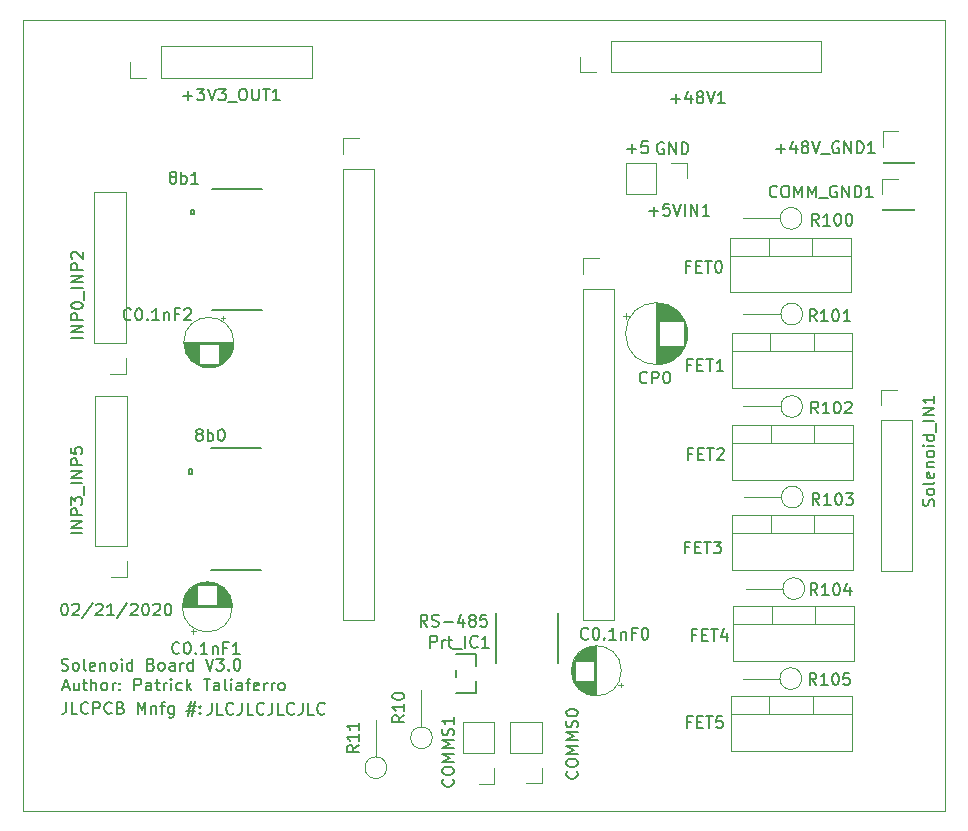
<source format=gbr>
G04 #@! TF.GenerationSoftware,KiCad,Pcbnew,5.1.5-52549c5~84~ubuntu18.04.1*
G04 #@! TF.CreationDate,2020-02-21T15:15:32-05:00*
G04 #@! TF.ProjectId,solenoid_board,736f6c65-6e6f-4696-945f-626f6172642e,rev?*
G04 #@! TF.SameCoordinates,Original*
G04 #@! TF.FileFunction,Legend,Top*
G04 #@! TF.FilePolarity,Positive*
%FSLAX46Y46*%
G04 Gerber Fmt 4.6, Leading zero omitted, Abs format (unit mm)*
G04 Created by KiCad (PCBNEW 5.1.5-52549c5~84~ubuntu18.04.1) date 2020-02-21 15:15:32*
%MOMM*%
%LPD*%
G04 APERTURE LIST*
G04 #@! TA.AperFunction,Profile*
%ADD10C,0.050000*%
G04 #@! TD*
%ADD11C,0.200000*%
%ADD12C,0.150000*%
%ADD13C,0.120000*%
%ADD14C,0.152400*%
G04 APERTURE END LIST*
D10*
X97000000Y-60000000D02*
X97000000Y-127000000D01*
X175000000Y-60000000D02*
X97000000Y-60000000D01*
X175000000Y-127000000D02*
X175000000Y-60000000D01*
X97000000Y-127000000D02*
X175000000Y-127000000D01*
D11*
X151206295Y-70442200D02*
X151111057Y-70394580D01*
X150968200Y-70394580D01*
X150825342Y-70442200D01*
X150730104Y-70537438D01*
X150682485Y-70632676D01*
X150634866Y-70823152D01*
X150634866Y-70966009D01*
X150682485Y-71156485D01*
X150730104Y-71251723D01*
X150825342Y-71346961D01*
X150968200Y-71394580D01*
X151063438Y-71394580D01*
X151206295Y-71346961D01*
X151253914Y-71299342D01*
X151253914Y-70966009D01*
X151063438Y-70966009D01*
X151682485Y-71394580D02*
X151682485Y-70394580D01*
X152253914Y-71394580D01*
X152253914Y-70394580D01*
X152730104Y-71394580D02*
X152730104Y-70394580D01*
X152968200Y-70394580D01*
X153111057Y-70442200D01*
X153206295Y-70537438D01*
X153253914Y-70632676D01*
X153301533Y-70823152D01*
X153301533Y-70966009D01*
X153253914Y-71156485D01*
X153206295Y-71251723D01*
X153111057Y-71346961D01*
X152968200Y-71394580D01*
X152730104Y-71394580D01*
X148139257Y-70937428D02*
X148901161Y-70937428D01*
X148520209Y-71318380D02*
X148520209Y-70556476D01*
X149853542Y-70318380D02*
X149377352Y-70318380D01*
X149329733Y-70794571D01*
X149377352Y-70746952D01*
X149472590Y-70699333D01*
X149710685Y-70699333D01*
X149805923Y-70746952D01*
X149853542Y-70794571D01*
X149901161Y-70889809D01*
X149901161Y-71127904D01*
X149853542Y-71223142D01*
X149805923Y-71270761D01*
X149710685Y-71318380D01*
X149472590Y-71318380D01*
X149377352Y-71270761D01*
X149329733Y-71223142D01*
D12*
X112932152Y-117841780D02*
X112932152Y-118556066D01*
X112884533Y-118698923D01*
X112789295Y-118794161D01*
X112646438Y-118841780D01*
X112551200Y-118841780D01*
X113884533Y-118841780D02*
X113408342Y-118841780D01*
X113408342Y-117841780D01*
X114789295Y-118746542D02*
X114741676Y-118794161D01*
X114598819Y-118841780D01*
X114503580Y-118841780D01*
X114360723Y-118794161D01*
X114265485Y-118698923D01*
X114217866Y-118603685D01*
X114170247Y-118413209D01*
X114170247Y-118270352D01*
X114217866Y-118079876D01*
X114265485Y-117984638D01*
X114360723Y-117889400D01*
X114503580Y-117841780D01*
X114598819Y-117841780D01*
X114741676Y-117889400D01*
X114789295Y-117937019D01*
X115503580Y-117841780D02*
X115503580Y-118556066D01*
X115455961Y-118698923D01*
X115360723Y-118794161D01*
X115217866Y-118841780D01*
X115122628Y-118841780D01*
X116455961Y-118841780D02*
X115979771Y-118841780D01*
X115979771Y-117841780D01*
X117360723Y-118746542D02*
X117313104Y-118794161D01*
X117170247Y-118841780D01*
X117075009Y-118841780D01*
X116932152Y-118794161D01*
X116836914Y-118698923D01*
X116789295Y-118603685D01*
X116741676Y-118413209D01*
X116741676Y-118270352D01*
X116789295Y-118079876D01*
X116836914Y-117984638D01*
X116932152Y-117889400D01*
X117075009Y-117841780D01*
X117170247Y-117841780D01*
X117313104Y-117889400D01*
X117360723Y-117937019D01*
X118075009Y-117841780D02*
X118075009Y-118556066D01*
X118027390Y-118698923D01*
X117932152Y-118794161D01*
X117789295Y-118841780D01*
X117694057Y-118841780D01*
X119027390Y-118841780D02*
X118551200Y-118841780D01*
X118551200Y-117841780D01*
X119932152Y-118746542D02*
X119884533Y-118794161D01*
X119741676Y-118841780D01*
X119646438Y-118841780D01*
X119503580Y-118794161D01*
X119408342Y-118698923D01*
X119360723Y-118603685D01*
X119313104Y-118413209D01*
X119313104Y-118270352D01*
X119360723Y-118079876D01*
X119408342Y-117984638D01*
X119503580Y-117889400D01*
X119646438Y-117841780D01*
X119741676Y-117841780D01*
X119884533Y-117889400D01*
X119932152Y-117937019D01*
X120646438Y-117841780D02*
X120646438Y-118556066D01*
X120598819Y-118698923D01*
X120503580Y-118794161D01*
X120360723Y-118841780D01*
X120265485Y-118841780D01*
X121598819Y-118841780D02*
X121122628Y-118841780D01*
X121122628Y-117841780D01*
X122503580Y-118746542D02*
X122455961Y-118794161D01*
X122313104Y-118841780D01*
X122217866Y-118841780D01*
X122075009Y-118794161D01*
X121979771Y-118698923D01*
X121932152Y-118603685D01*
X121884533Y-118413209D01*
X121884533Y-118270352D01*
X121932152Y-118079876D01*
X121979771Y-117984638D01*
X122075009Y-117889400D01*
X122217866Y-117841780D01*
X122313104Y-117841780D01*
X122455961Y-117889400D01*
X122503580Y-117937019D01*
X100622790Y-117778280D02*
X100622790Y-118492566D01*
X100575171Y-118635423D01*
X100479933Y-118730661D01*
X100337076Y-118778280D01*
X100241838Y-118778280D01*
X101575171Y-118778280D02*
X101098980Y-118778280D01*
X101098980Y-117778280D01*
X102479933Y-118683042D02*
X102432314Y-118730661D01*
X102289457Y-118778280D01*
X102194219Y-118778280D01*
X102051361Y-118730661D01*
X101956123Y-118635423D01*
X101908504Y-118540185D01*
X101860885Y-118349709D01*
X101860885Y-118206852D01*
X101908504Y-118016376D01*
X101956123Y-117921138D01*
X102051361Y-117825900D01*
X102194219Y-117778280D01*
X102289457Y-117778280D01*
X102432314Y-117825900D01*
X102479933Y-117873519D01*
X102908504Y-118778280D02*
X102908504Y-117778280D01*
X103289457Y-117778280D01*
X103384695Y-117825900D01*
X103432314Y-117873519D01*
X103479933Y-117968757D01*
X103479933Y-118111614D01*
X103432314Y-118206852D01*
X103384695Y-118254471D01*
X103289457Y-118302090D01*
X102908504Y-118302090D01*
X104479933Y-118683042D02*
X104432314Y-118730661D01*
X104289457Y-118778280D01*
X104194219Y-118778280D01*
X104051361Y-118730661D01*
X103956123Y-118635423D01*
X103908504Y-118540185D01*
X103860885Y-118349709D01*
X103860885Y-118206852D01*
X103908504Y-118016376D01*
X103956123Y-117921138D01*
X104051361Y-117825900D01*
X104194219Y-117778280D01*
X104289457Y-117778280D01*
X104432314Y-117825900D01*
X104479933Y-117873519D01*
X105241838Y-118254471D02*
X105384695Y-118302090D01*
X105432314Y-118349709D01*
X105479933Y-118444947D01*
X105479933Y-118587804D01*
X105432314Y-118683042D01*
X105384695Y-118730661D01*
X105289457Y-118778280D01*
X104908504Y-118778280D01*
X104908504Y-117778280D01*
X105241838Y-117778280D01*
X105337076Y-117825900D01*
X105384695Y-117873519D01*
X105432314Y-117968757D01*
X105432314Y-118063995D01*
X105384695Y-118159233D01*
X105337076Y-118206852D01*
X105241838Y-118254471D01*
X104908504Y-118254471D01*
X106670409Y-118778280D02*
X106670409Y-117778280D01*
X107003742Y-118492566D01*
X107337076Y-117778280D01*
X107337076Y-118778280D01*
X107813266Y-118111614D02*
X107813266Y-118778280D01*
X107813266Y-118206852D02*
X107860885Y-118159233D01*
X107956123Y-118111614D01*
X108098980Y-118111614D01*
X108194219Y-118159233D01*
X108241838Y-118254471D01*
X108241838Y-118778280D01*
X108575171Y-118111614D02*
X108956123Y-118111614D01*
X108718028Y-118778280D02*
X108718028Y-117921138D01*
X108765647Y-117825900D01*
X108860885Y-117778280D01*
X108956123Y-117778280D01*
X109718028Y-118111614D02*
X109718028Y-118921138D01*
X109670409Y-119016376D01*
X109622790Y-119063995D01*
X109527552Y-119111614D01*
X109384695Y-119111614D01*
X109289457Y-119063995D01*
X109718028Y-118730661D02*
X109622790Y-118778280D01*
X109432314Y-118778280D01*
X109337076Y-118730661D01*
X109289457Y-118683042D01*
X109241838Y-118587804D01*
X109241838Y-118302090D01*
X109289457Y-118206852D01*
X109337076Y-118159233D01*
X109432314Y-118111614D01*
X109622790Y-118111614D01*
X109718028Y-118159233D01*
X110908504Y-118111614D02*
X111622790Y-118111614D01*
X111194219Y-117683042D02*
X110908504Y-118968757D01*
X111527552Y-118540185D02*
X110813266Y-118540185D01*
X111241838Y-118968757D02*
X111527552Y-117683042D01*
X111956123Y-118683042D02*
X112003742Y-118730661D01*
X111956123Y-118778280D01*
X111908504Y-118730661D01*
X111956123Y-118683042D01*
X111956123Y-118778280D01*
X111956123Y-118159233D02*
X112003742Y-118206852D01*
X111956123Y-118254471D01*
X111908504Y-118206852D01*
X111956123Y-118159233D01*
X111956123Y-118254471D01*
X100435328Y-109447080D02*
X100530566Y-109447080D01*
X100625804Y-109494700D01*
X100673423Y-109542319D01*
X100721042Y-109637557D01*
X100768661Y-109828033D01*
X100768661Y-110066128D01*
X100721042Y-110256604D01*
X100673423Y-110351842D01*
X100625804Y-110399461D01*
X100530566Y-110447080D01*
X100435328Y-110447080D01*
X100340090Y-110399461D01*
X100292471Y-110351842D01*
X100244852Y-110256604D01*
X100197233Y-110066128D01*
X100197233Y-109828033D01*
X100244852Y-109637557D01*
X100292471Y-109542319D01*
X100340090Y-109494700D01*
X100435328Y-109447080D01*
X101149614Y-109542319D02*
X101197233Y-109494700D01*
X101292471Y-109447080D01*
X101530566Y-109447080D01*
X101625804Y-109494700D01*
X101673423Y-109542319D01*
X101721042Y-109637557D01*
X101721042Y-109732795D01*
X101673423Y-109875652D01*
X101101995Y-110447080D01*
X101721042Y-110447080D01*
X102863900Y-109399461D02*
X102006757Y-110685176D01*
X103149614Y-109542319D02*
X103197233Y-109494700D01*
X103292471Y-109447080D01*
X103530566Y-109447080D01*
X103625804Y-109494700D01*
X103673423Y-109542319D01*
X103721042Y-109637557D01*
X103721042Y-109732795D01*
X103673423Y-109875652D01*
X103101995Y-110447080D01*
X103721042Y-110447080D01*
X104673423Y-110447080D02*
X104101995Y-110447080D01*
X104387709Y-110447080D02*
X104387709Y-109447080D01*
X104292471Y-109589938D01*
X104197233Y-109685176D01*
X104101995Y-109732795D01*
X105816280Y-109399461D02*
X104959138Y-110685176D01*
X106101995Y-109542319D02*
X106149614Y-109494700D01*
X106244852Y-109447080D01*
X106482947Y-109447080D01*
X106578185Y-109494700D01*
X106625804Y-109542319D01*
X106673423Y-109637557D01*
X106673423Y-109732795D01*
X106625804Y-109875652D01*
X106054376Y-110447080D01*
X106673423Y-110447080D01*
X107292471Y-109447080D02*
X107387709Y-109447080D01*
X107482947Y-109494700D01*
X107530566Y-109542319D01*
X107578185Y-109637557D01*
X107625804Y-109828033D01*
X107625804Y-110066128D01*
X107578185Y-110256604D01*
X107530566Y-110351842D01*
X107482947Y-110399461D01*
X107387709Y-110447080D01*
X107292471Y-110447080D01*
X107197233Y-110399461D01*
X107149614Y-110351842D01*
X107101995Y-110256604D01*
X107054376Y-110066128D01*
X107054376Y-109828033D01*
X107101995Y-109637557D01*
X107149614Y-109542319D01*
X107197233Y-109494700D01*
X107292471Y-109447080D01*
X108006757Y-109542319D02*
X108054376Y-109494700D01*
X108149614Y-109447080D01*
X108387709Y-109447080D01*
X108482947Y-109494700D01*
X108530566Y-109542319D01*
X108578185Y-109637557D01*
X108578185Y-109732795D01*
X108530566Y-109875652D01*
X107959138Y-110447080D01*
X108578185Y-110447080D01*
X109197233Y-109447080D02*
X109292471Y-109447080D01*
X109387709Y-109494700D01*
X109435328Y-109542319D01*
X109482947Y-109637557D01*
X109530566Y-109828033D01*
X109530566Y-110066128D01*
X109482947Y-110256604D01*
X109435328Y-110351842D01*
X109387709Y-110399461D01*
X109292471Y-110447080D01*
X109197233Y-110447080D01*
X109101995Y-110399461D01*
X109054376Y-110351842D01*
X109006757Y-110256604D01*
X108959138Y-110066128D01*
X108959138Y-109828033D01*
X109006757Y-109637557D01*
X109054376Y-109542319D01*
X109101995Y-109494700D01*
X109197233Y-109447080D01*
X100359747Y-116511366D02*
X100835938Y-116511366D01*
X100264509Y-116797080D02*
X100597842Y-115797080D01*
X100931176Y-116797080D01*
X101693080Y-116130414D02*
X101693080Y-116797080D01*
X101264509Y-116130414D02*
X101264509Y-116654223D01*
X101312128Y-116749461D01*
X101407366Y-116797080D01*
X101550223Y-116797080D01*
X101645461Y-116749461D01*
X101693080Y-116701842D01*
X102026414Y-116130414D02*
X102407366Y-116130414D01*
X102169271Y-115797080D02*
X102169271Y-116654223D01*
X102216890Y-116749461D01*
X102312128Y-116797080D01*
X102407366Y-116797080D01*
X102740700Y-116797080D02*
X102740700Y-115797080D01*
X103169271Y-116797080D02*
X103169271Y-116273271D01*
X103121652Y-116178033D01*
X103026414Y-116130414D01*
X102883557Y-116130414D01*
X102788319Y-116178033D01*
X102740700Y-116225652D01*
X103788319Y-116797080D02*
X103693080Y-116749461D01*
X103645461Y-116701842D01*
X103597842Y-116606604D01*
X103597842Y-116320890D01*
X103645461Y-116225652D01*
X103693080Y-116178033D01*
X103788319Y-116130414D01*
X103931176Y-116130414D01*
X104026414Y-116178033D01*
X104074033Y-116225652D01*
X104121652Y-116320890D01*
X104121652Y-116606604D01*
X104074033Y-116701842D01*
X104026414Y-116749461D01*
X103931176Y-116797080D01*
X103788319Y-116797080D01*
X104550223Y-116797080D02*
X104550223Y-116130414D01*
X104550223Y-116320890D02*
X104597842Y-116225652D01*
X104645461Y-116178033D01*
X104740700Y-116130414D01*
X104835938Y-116130414D01*
X105169271Y-116701842D02*
X105216890Y-116749461D01*
X105169271Y-116797080D01*
X105121652Y-116749461D01*
X105169271Y-116701842D01*
X105169271Y-116797080D01*
X105169271Y-116178033D02*
X105216890Y-116225652D01*
X105169271Y-116273271D01*
X105121652Y-116225652D01*
X105169271Y-116178033D01*
X105169271Y-116273271D01*
X106407366Y-116797080D02*
X106407366Y-115797080D01*
X106788319Y-115797080D01*
X106883557Y-115844700D01*
X106931176Y-115892319D01*
X106978795Y-115987557D01*
X106978795Y-116130414D01*
X106931176Y-116225652D01*
X106883557Y-116273271D01*
X106788319Y-116320890D01*
X106407366Y-116320890D01*
X107835938Y-116797080D02*
X107835938Y-116273271D01*
X107788319Y-116178033D01*
X107693080Y-116130414D01*
X107502604Y-116130414D01*
X107407366Y-116178033D01*
X107835938Y-116749461D02*
X107740700Y-116797080D01*
X107502604Y-116797080D01*
X107407366Y-116749461D01*
X107359747Y-116654223D01*
X107359747Y-116558985D01*
X107407366Y-116463747D01*
X107502604Y-116416128D01*
X107740700Y-116416128D01*
X107835938Y-116368509D01*
X108169271Y-116130414D02*
X108550223Y-116130414D01*
X108312128Y-115797080D02*
X108312128Y-116654223D01*
X108359747Y-116749461D01*
X108454985Y-116797080D01*
X108550223Y-116797080D01*
X108883557Y-116797080D02*
X108883557Y-116130414D01*
X108883557Y-116320890D02*
X108931176Y-116225652D01*
X108978795Y-116178033D01*
X109074033Y-116130414D01*
X109169271Y-116130414D01*
X109502604Y-116797080D02*
X109502604Y-116130414D01*
X109502604Y-115797080D02*
X109454985Y-115844700D01*
X109502604Y-115892319D01*
X109550223Y-115844700D01*
X109502604Y-115797080D01*
X109502604Y-115892319D01*
X110407366Y-116749461D02*
X110312128Y-116797080D01*
X110121652Y-116797080D01*
X110026414Y-116749461D01*
X109978795Y-116701842D01*
X109931176Y-116606604D01*
X109931176Y-116320890D01*
X109978795Y-116225652D01*
X110026414Y-116178033D01*
X110121652Y-116130414D01*
X110312128Y-116130414D01*
X110407366Y-116178033D01*
X110835938Y-116797080D02*
X110835938Y-115797080D01*
X110931176Y-116416128D02*
X111216890Y-116797080D01*
X111216890Y-116130414D02*
X110835938Y-116511366D01*
X112264509Y-115797080D02*
X112835938Y-115797080D01*
X112550223Y-116797080D02*
X112550223Y-115797080D01*
X113597842Y-116797080D02*
X113597842Y-116273271D01*
X113550223Y-116178033D01*
X113454985Y-116130414D01*
X113264509Y-116130414D01*
X113169271Y-116178033D01*
X113597842Y-116749461D02*
X113502604Y-116797080D01*
X113264509Y-116797080D01*
X113169271Y-116749461D01*
X113121652Y-116654223D01*
X113121652Y-116558985D01*
X113169271Y-116463747D01*
X113264509Y-116416128D01*
X113502604Y-116416128D01*
X113597842Y-116368509D01*
X114216890Y-116797080D02*
X114121652Y-116749461D01*
X114074033Y-116654223D01*
X114074033Y-115797080D01*
X114597842Y-116797080D02*
X114597842Y-116130414D01*
X114597842Y-115797080D02*
X114550223Y-115844700D01*
X114597842Y-115892319D01*
X114645461Y-115844700D01*
X114597842Y-115797080D01*
X114597842Y-115892319D01*
X115502604Y-116797080D02*
X115502604Y-116273271D01*
X115454985Y-116178033D01*
X115359747Y-116130414D01*
X115169271Y-116130414D01*
X115074033Y-116178033D01*
X115502604Y-116749461D02*
X115407366Y-116797080D01*
X115169271Y-116797080D01*
X115074033Y-116749461D01*
X115026414Y-116654223D01*
X115026414Y-116558985D01*
X115074033Y-116463747D01*
X115169271Y-116416128D01*
X115407366Y-116416128D01*
X115502604Y-116368509D01*
X115835938Y-116130414D02*
X116216890Y-116130414D01*
X115978795Y-116797080D02*
X115978795Y-115939938D01*
X116026414Y-115844700D01*
X116121652Y-115797080D01*
X116216890Y-115797080D01*
X116931176Y-116749461D02*
X116835938Y-116797080D01*
X116645461Y-116797080D01*
X116550223Y-116749461D01*
X116502604Y-116654223D01*
X116502604Y-116273271D01*
X116550223Y-116178033D01*
X116645461Y-116130414D01*
X116835938Y-116130414D01*
X116931176Y-116178033D01*
X116978795Y-116273271D01*
X116978795Y-116368509D01*
X116502604Y-116463747D01*
X117407366Y-116797080D02*
X117407366Y-116130414D01*
X117407366Y-116320890D02*
X117454985Y-116225652D01*
X117502604Y-116178033D01*
X117597842Y-116130414D01*
X117693080Y-116130414D01*
X118026414Y-116797080D02*
X118026414Y-116130414D01*
X118026414Y-116320890D02*
X118074033Y-116225652D01*
X118121652Y-116178033D01*
X118216890Y-116130414D01*
X118312128Y-116130414D01*
X118788319Y-116797080D02*
X118693080Y-116749461D01*
X118645461Y-116701842D01*
X118597842Y-116606604D01*
X118597842Y-116320890D01*
X118645461Y-116225652D01*
X118693080Y-116178033D01*
X118788319Y-116130414D01*
X118931176Y-116130414D01*
X119026414Y-116178033D01*
X119074033Y-116225652D01*
X119121652Y-116320890D01*
X119121652Y-116606604D01*
X119074033Y-116701842D01*
X119026414Y-116749461D01*
X118931176Y-116797080D01*
X118788319Y-116797080D01*
X100238871Y-115073061D02*
X100381728Y-115120680D01*
X100619823Y-115120680D01*
X100715061Y-115073061D01*
X100762680Y-115025442D01*
X100810300Y-114930204D01*
X100810300Y-114834966D01*
X100762680Y-114739728D01*
X100715061Y-114692109D01*
X100619823Y-114644490D01*
X100429347Y-114596871D01*
X100334109Y-114549252D01*
X100286490Y-114501633D01*
X100238871Y-114406395D01*
X100238871Y-114311157D01*
X100286490Y-114215919D01*
X100334109Y-114168300D01*
X100429347Y-114120680D01*
X100667442Y-114120680D01*
X100810300Y-114168300D01*
X101381728Y-115120680D02*
X101286490Y-115073061D01*
X101238871Y-115025442D01*
X101191252Y-114930204D01*
X101191252Y-114644490D01*
X101238871Y-114549252D01*
X101286490Y-114501633D01*
X101381728Y-114454014D01*
X101524585Y-114454014D01*
X101619823Y-114501633D01*
X101667442Y-114549252D01*
X101715061Y-114644490D01*
X101715061Y-114930204D01*
X101667442Y-115025442D01*
X101619823Y-115073061D01*
X101524585Y-115120680D01*
X101381728Y-115120680D01*
X102286490Y-115120680D02*
X102191252Y-115073061D01*
X102143633Y-114977823D01*
X102143633Y-114120680D01*
X103048395Y-115073061D02*
X102953157Y-115120680D01*
X102762680Y-115120680D01*
X102667442Y-115073061D01*
X102619823Y-114977823D01*
X102619823Y-114596871D01*
X102667442Y-114501633D01*
X102762680Y-114454014D01*
X102953157Y-114454014D01*
X103048395Y-114501633D01*
X103096014Y-114596871D01*
X103096014Y-114692109D01*
X102619823Y-114787347D01*
X103524585Y-114454014D02*
X103524585Y-115120680D01*
X103524585Y-114549252D02*
X103572204Y-114501633D01*
X103667442Y-114454014D01*
X103810300Y-114454014D01*
X103905538Y-114501633D01*
X103953157Y-114596871D01*
X103953157Y-115120680D01*
X104572204Y-115120680D02*
X104476966Y-115073061D01*
X104429347Y-115025442D01*
X104381728Y-114930204D01*
X104381728Y-114644490D01*
X104429347Y-114549252D01*
X104476966Y-114501633D01*
X104572204Y-114454014D01*
X104715061Y-114454014D01*
X104810300Y-114501633D01*
X104857919Y-114549252D01*
X104905538Y-114644490D01*
X104905538Y-114930204D01*
X104857919Y-115025442D01*
X104810300Y-115073061D01*
X104715061Y-115120680D01*
X104572204Y-115120680D01*
X105334109Y-115120680D02*
X105334109Y-114454014D01*
X105334109Y-114120680D02*
X105286490Y-114168300D01*
X105334109Y-114215919D01*
X105381728Y-114168300D01*
X105334109Y-114120680D01*
X105334109Y-114215919D01*
X106238871Y-115120680D02*
X106238871Y-114120680D01*
X106238871Y-115073061D02*
X106143633Y-115120680D01*
X105953157Y-115120680D01*
X105857919Y-115073061D01*
X105810300Y-115025442D01*
X105762680Y-114930204D01*
X105762680Y-114644490D01*
X105810300Y-114549252D01*
X105857919Y-114501633D01*
X105953157Y-114454014D01*
X106143633Y-114454014D01*
X106238871Y-114501633D01*
X107810300Y-114596871D02*
X107953157Y-114644490D01*
X108000776Y-114692109D01*
X108048395Y-114787347D01*
X108048395Y-114930204D01*
X108000776Y-115025442D01*
X107953157Y-115073061D01*
X107857919Y-115120680D01*
X107476966Y-115120680D01*
X107476966Y-114120680D01*
X107810300Y-114120680D01*
X107905538Y-114168300D01*
X107953157Y-114215919D01*
X108000776Y-114311157D01*
X108000776Y-114406395D01*
X107953157Y-114501633D01*
X107905538Y-114549252D01*
X107810300Y-114596871D01*
X107476966Y-114596871D01*
X108619823Y-115120680D02*
X108524585Y-115073061D01*
X108476966Y-115025442D01*
X108429347Y-114930204D01*
X108429347Y-114644490D01*
X108476966Y-114549252D01*
X108524585Y-114501633D01*
X108619823Y-114454014D01*
X108762680Y-114454014D01*
X108857919Y-114501633D01*
X108905538Y-114549252D01*
X108953157Y-114644490D01*
X108953157Y-114930204D01*
X108905538Y-115025442D01*
X108857919Y-115073061D01*
X108762680Y-115120680D01*
X108619823Y-115120680D01*
X109810300Y-115120680D02*
X109810300Y-114596871D01*
X109762680Y-114501633D01*
X109667442Y-114454014D01*
X109476966Y-114454014D01*
X109381728Y-114501633D01*
X109810300Y-115073061D02*
X109715061Y-115120680D01*
X109476966Y-115120680D01*
X109381728Y-115073061D01*
X109334109Y-114977823D01*
X109334109Y-114882585D01*
X109381728Y-114787347D01*
X109476966Y-114739728D01*
X109715061Y-114739728D01*
X109810300Y-114692109D01*
X110286490Y-115120680D02*
X110286490Y-114454014D01*
X110286490Y-114644490D02*
X110334109Y-114549252D01*
X110381728Y-114501633D01*
X110476966Y-114454014D01*
X110572204Y-114454014D01*
X111334109Y-115120680D02*
X111334109Y-114120680D01*
X111334109Y-115073061D02*
X111238871Y-115120680D01*
X111048395Y-115120680D01*
X110953157Y-115073061D01*
X110905538Y-115025442D01*
X110857919Y-114930204D01*
X110857919Y-114644490D01*
X110905538Y-114549252D01*
X110953157Y-114501633D01*
X111048395Y-114454014D01*
X111238871Y-114454014D01*
X111334109Y-114501633D01*
X112429347Y-114120680D02*
X112762680Y-115120680D01*
X113096014Y-114120680D01*
X113334109Y-114120680D02*
X113953157Y-114120680D01*
X113619823Y-114501633D01*
X113762680Y-114501633D01*
X113857919Y-114549252D01*
X113905538Y-114596871D01*
X113953157Y-114692109D01*
X113953157Y-114930204D01*
X113905538Y-115025442D01*
X113857919Y-115073061D01*
X113762680Y-115120680D01*
X113476966Y-115120680D01*
X113381728Y-115073061D01*
X113334109Y-115025442D01*
X114381728Y-115025442D02*
X114429347Y-115073061D01*
X114381728Y-115120680D01*
X114334109Y-115073061D01*
X114381728Y-115025442D01*
X114381728Y-115120680D01*
X115048395Y-114120680D02*
X115143633Y-114120680D01*
X115238871Y-114168300D01*
X115286490Y-114215919D01*
X115334109Y-114311157D01*
X115381728Y-114501633D01*
X115381728Y-114739728D01*
X115334109Y-114930204D01*
X115286490Y-115025442D01*
X115238871Y-115073061D01*
X115143633Y-115120680D01*
X115048395Y-115120680D01*
X114953157Y-115073061D01*
X114905538Y-115025442D01*
X114857919Y-114930204D01*
X114810300Y-114739728D01*
X114810300Y-114501633D01*
X114857919Y-114311157D01*
X114905538Y-114215919D01*
X114953157Y-114168300D01*
X115048395Y-114120680D01*
D13*
G04 #@! TO.C,R105*
X161055800Y-115798600D02*
X157895800Y-115798600D01*
X162895800Y-115798600D02*
G75*
G03X162895800Y-115798600I-920000J0D01*
G01*
G04 #@! TO.C,R104*
X161309800Y-108178600D02*
X158149800Y-108178600D01*
X163149800Y-108178600D02*
G75*
G03X163149800Y-108178600I-920000J0D01*
G01*
G04 #@! TO.C,R103*
X161182800Y-100431600D02*
X158022800Y-100431600D01*
X163022800Y-100431600D02*
G75*
G03X163022800Y-100431600I-920000J0D01*
G01*
G04 #@! TO.C,R102*
X161132000Y-92760800D02*
X157972000Y-92760800D01*
X162972000Y-92760800D02*
G75*
G03X162972000Y-92760800I-920000J0D01*
G01*
G04 #@! TO.C,R101*
X161132000Y-84937600D02*
X157972000Y-84937600D01*
X162972000Y-84937600D02*
G75*
G03X162972000Y-84937600I-920000J0D01*
G01*
G04 #@! TO.C,R100*
X161081200Y-76835000D02*
X157921200Y-76835000D01*
X162921200Y-76835000D02*
G75*
G03X162921200Y-76835000I-920000J0D01*
G01*
G04 #@! TO.C,R11*
X126847600Y-122422400D02*
X126847600Y-119262400D01*
X127767600Y-123342400D02*
G75*
G03X127767600Y-123342400I-920000J0D01*
G01*
G04 #@! TO.C,R10*
X130708400Y-119882400D02*
X130708400Y-116722400D01*
X131628400Y-120802400D02*
G75*
G03X131628400Y-120802400I-920000J0D01*
G01*
G04 #@! TO.C,Solenoid_IN1*
X169612000Y-91329200D02*
X170942000Y-91329200D01*
X169612000Y-92659200D02*
X169612000Y-91329200D01*
X169612000Y-93929200D02*
X172272000Y-93929200D01*
X172272000Y-93929200D02*
X172272000Y-106689200D01*
X169612000Y-93929200D02*
X169612000Y-106689200D01*
X169612000Y-106689200D02*
X172272000Y-106689200D01*
G04 #@! TO.C,INP3_INP5*
X105749400Y-107197200D02*
X104419400Y-107197200D01*
X105749400Y-105867200D02*
X105749400Y-107197200D01*
X105749400Y-104597200D02*
X103089400Y-104597200D01*
X103089400Y-104597200D02*
X103089400Y-91837200D01*
X105749400Y-104597200D02*
X105749400Y-91837200D01*
X105749400Y-91837200D02*
X103089400Y-91837200D01*
G04 #@! TO.C,INP0_INP2*
X105673200Y-90001400D02*
X104343200Y-90001400D01*
X105673200Y-88671400D02*
X105673200Y-90001400D01*
X105673200Y-87401400D02*
X103013200Y-87401400D01*
X103013200Y-87401400D02*
X103013200Y-74641400D01*
X105673200Y-87401400D02*
X105673200Y-74641400D01*
X105673200Y-74641400D02*
X103013200Y-74641400D01*
G04 #@! TO.C,COMMS1*
X136889800Y-124697800D02*
X135559800Y-124697800D01*
X136889800Y-123367800D02*
X136889800Y-124697800D01*
X136889800Y-122097800D02*
X134229800Y-122097800D01*
X134229800Y-122097800D02*
X134229800Y-119497800D01*
X136889800Y-122097800D02*
X136889800Y-119497800D01*
X136889800Y-119497800D02*
X134229800Y-119497800D01*
G04 #@! TO.C,COMMS0*
X140903000Y-124672400D02*
X139573000Y-124672400D01*
X140903000Y-123342400D02*
X140903000Y-124672400D01*
X140903000Y-122072400D02*
X138243000Y-122072400D01*
X138243000Y-122072400D02*
X138243000Y-119472400D01*
X140903000Y-122072400D02*
X140903000Y-119472400D01*
X140903000Y-119472400D02*
X138243000Y-119472400D01*
G04 #@! TO.C,COMM_GND1*
X169713600Y-73473000D02*
X171043600Y-73473000D01*
X169713600Y-74803000D02*
X169713600Y-73473000D01*
X169713600Y-76073000D02*
X172373600Y-76073000D01*
X172373600Y-76073000D02*
X172373600Y-76133000D01*
X169713600Y-76073000D02*
X169713600Y-76133000D01*
X169713600Y-76133000D02*
X172373600Y-76133000D01*
G04 #@! TO.C,+5VIN1*
X153196600Y-72126800D02*
X153196600Y-73456800D01*
X151866600Y-72126800D02*
X153196600Y-72126800D01*
X150596600Y-72126800D02*
X150596600Y-74786800D01*
X150596600Y-74786800D02*
X147996600Y-74786800D01*
X150596600Y-72126800D02*
X147996600Y-72126800D01*
X147996600Y-72126800D02*
X147996600Y-74786800D01*
G04 #@! TO.C,+48V_GND1*
X169764400Y-69459800D02*
X171094400Y-69459800D01*
X169764400Y-70789800D02*
X169764400Y-69459800D01*
X169764400Y-72059800D02*
X172424400Y-72059800D01*
X172424400Y-72059800D02*
X172424400Y-72119800D01*
X169764400Y-72059800D02*
X169764400Y-72119800D01*
X169764400Y-72119800D02*
X172424400Y-72119800D01*
G04 #@! TO.C,+48V1*
X144135800Y-64461700D02*
X144135800Y-63131700D01*
X145465800Y-64461700D02*
X144135800Y-64461700D01*
X146735800Y-64461700D02*
X146735800Y-61801700D01*
X146735800Y-61801700D02*
X164575800Y-61801700D01*
X146735800Y-64461700D02*
X164575800Y-64461700D01*
X164575800Y-64461700D02*
X164575800Y-61801700D01*
G04 #@! TO.C,+3V3_OUT1*
X106061200Y-64906200D02*
X106061200Y-63576200D01*
X107391200Y-64906200D02*
X106061200Y-64906200D01*
X108661200Y-64906200D02*
X108661200Y-62246200D01*
X108661200Y-62246200D02*
X121421200Y-62246200D01*
X108661200Y-64906200D02*
X121421200Y-64906200D01*
X121421200Y-64906200D02*
X121421200Y-62246200D01*
D14*
G04 #@! TO.C,8b1*
X111410001Y-76492100D02*
X111156001Y-76492100D01*
X111410001Y-76111100D02*
X111410001Y-76492100D01*
X111156001Y-76111100D02*
X111410001Y-76111100D01*
X111156001Y-76492100D02*
X111156001Y-76111100D01*
X112991900Y-84607400D02*
X117233700Y-84607400D01*
X117233700Y-74345800D02*
X112991900Y-74345800D01*
G04 #@! TO.C,RS-485*
X137020300Y-110223300D02*
X137020300Y-114465100D01*
X142278100Y-114465100D02*
X142278100Y-110223300D01*
D13*
G04 #@! TO.C,FET1*
X163928400Y-86544400D02*
X163928400Y-88054400D01*
X160227400Y-86544400D02*
X160227400Y-88054400D01*
X156957400Y-88054400D02*
X167197400Y-88054400D01*
X167197400Y-86544400D02*
X167197400Y-91185400D01*
X156957400Y-86544400D02*
X156957400Y-91185400D01*
X156957400Y-91185400D02*
X167197400Y-91185400D01*
X156957400Y-86544400D02*
X167197400Y-86544400D01*
G04 #@! TO.C,CP0*
X148047225Y-84863600D02*
X148047225Y-85363600D01*
X147797225Y-85113600D02*
X148297225Y-85113600D01*
X153203000Y-86304600D02*
X153203000Y-86872600D01*
X153163000Y-86070600D02*
X153163000Y-87106600D01*
X153123000Y-85911600D02*
X153123000Y-87265600D01*
X153083000Y-85783600D02*
X153083000Y-87393600D01*
X153043000Y-85673600D02*
X153043000Y-87503600D01*
X153003000Y-85577600D02*
X153003000Y-87599600D01*
X152963000Y-85490600D02*
X152963000Y-87686600D01*
X152923000Y-85410600D02*
X152923000Y-87766600D01*
X152883000Y-87628600D02*
X152883000Y-87839600D01*
X152883000Y-85337600D02*
X152883000Y-85548600D01*
X152843000Y-87628600D02*
X152843000Y-87907600D01*
X152843000Y-85269600D02*
X152843000Y-85548600D01*
X152803000Y-87628600D02*
X152803000Y-87971600D01*
X152803000Y-85205600D02*
X152803000Y-85548600D01*
X152763000Y-87628600D02*
X152763000Y-88031600D01*
X152763000Y-85145600D02*
X152763000Y-85548600D01*
X152723000Y-87628600D02*
X152723000Y-88088600D01*
X152723000Y-85088600D02*
X152723000Y-85548600D01*
X152683000Y-87628600D02*
X152683000Y-88142600D01*
X152683000Y-85034600D02*
X152683000Y-85548600D01*
X152643000Y-87628600D02*
X152643000Y-88193600D01*
X152643000Y-84983600D02*
X152643000Y-85548600D01*
X152603000Y-87628600D02*
X152603000Y-88241600D01*
X152603000Y-84935600D02*
X152603000Y-85548600D01*
X152563000Y-87628600D02*
X152563000Y-88287600D01*
X152563000Y-84889600D02*
X152563000Y-85548600D01*
X152523000Y-87628600D02*
X152523000Y-88331600D01*
X152523000Y-84845600D02*
X152523000Y-85548600D01*
X152483000Y-87628600D02*
X152483000Y-88373600D01*
X152483000Y-84803600D02*
X152483000Y-85548600D01*
X152443000Y-87628600D02*
X152443000Y-88414600D01*
X152443000Y-84762600D02*
X152443000Y-85548600D01*
X152403000Y-87628600D02*
X152403000Y-88452600D01*
X152403000Y-84724600D02*
X152403000Y-85548600D01*
X152363000Y-87628600D02*
X152363000Y-88489600D01*
X152363000Y-84687600D02*
X152363000Y-85548600D01*
X152323000Y-87628600D02*
X152323000Y-88525600D01*
X152323000Y-84651600D02*
X152323000Y-85548600D01*
X152283000Y-87628600D02*
X152283000Y-88559600D01*
X152283000Y-84617600D02*
X152283000Y-85548600D01*
X152243000Y-87628600D02*
X152243000Y-88592600D01*
X152243000Y-84584600D02*
X152243000Y-85548600D01*
X152203000Y-87628600D02*
X152203000Y-88623600D01*
X152203000Y-84553600D02*
X152203000Y-85548600D01*
X152163000Y-87628600D02*
X152163000Y-88653600D01*
X152163000Y-84523600D02*
X152163000Y-85548600D01*
X152123000Y-87628600D02*
X152123000Y-88683600D01*
X152123000Y-84493600D02*
X152123000Y-85548600D01*
X152083000Y-87628600D02*
X152083000Y-88710600D01*
X152083000Y-84466600D02*
X152083000Y-85548600D01*
X152043000Y-87628600D02*
X152043000Y-88737600D01*
X152043000Y-84439600D02*
X152043000Y-85548600D01*
X152003000Y-87628600D02*
X152003000Y-88763600D01*
X152003000Y-84413600D02*
X152003000Y-85548600D01*
X151963000Y-87628600D02*
X151963000Y-88788600D01*
X151963000Y-84388600D02*
X151963000Y-85548600D01*
X151923000Y-87628600D02*
X151923000Y-88812600D01*
X151923000Y-84364600D02*
X151923000Y-85548600D01*
X151883000Y-87628600D02*
X151883000Y-88835600D01*
X151883000Y-84341600D02*
X151883000Y-85548600D01*
X151843000Y-87628600D02*
X151843000Y-88856600D01*
X151843000Y-84320600D02*
X151843000Y-85548600D01*
X151803000Y-87628600D02*
X151803000Y-88878600D01*
X151803000Y-84298600D02*
X151803000Y-85548600D01*
X151763000Y-87628600D02*
X151763000Y-88898600D01*
X151763000Y-84278600D02*
X151763000Y-85548600D01*
X151723000Y-87628600D02*
X151723000Y-88917600D01*
X151723000Y-84259600D02*
X151723000Y-85548600D01*
X151683000Y-87628600D02*
X151683000Y-88936600D01*
X151683000Y-84240600D02*
X151683000Y-85548600D01*
X151643000Y-87628600D02*
X151643000Y-88953600D01*
X151643000Y-84223600D02*
X151643000Y-85548600D01*
X151603000Y-87628600D02*
X151603000Y-88970600D01*
X151603000Y-84206600D02*
X151603000Y-85548600D01*
X151563000Y-87628600D02*
X151563000Y-88986600D01*
X151563000Y-84190600D02*
X151563000Y-85548600D01*
X151523000Y-87628600D02*
X151523000Y-89002600D01*
X151523000Y-84174600D02*
X151523000Y-85548600D01*
X151483000Y-87628600D02*
X151483000Y-89016600D01*
X151483000Y-84160600D02*
X151483000Y-85548600D01*
X151443000Y-87628600D02*
X151443000Y-89030600D01*
X151443000Y-84146600D02*
X151443000Y-85548600D01*
X151403000Y-87628600D02*
X151403000Y-89043600D01*
X151403000Y-84133600D02*
X151403000Y-85548600D01*
X151363000Y-87628600D02*
X151363000Y-89056600D01*
X151363000Y-84120600D02*
X151363000Y-85548600D01*
X151323000Y-87628600D02*
X151323000Y-89068600D01*
X151323000Y-84108600D02*
X151323000Y-85548600D01*
X151282000Y-87628600D02*
X151282000Y-89079600D01*
X151282000Y-84097600D02*
X151282000Y-85548600D01*
X151242000Y-87628600D02*
X151242000Y-89089600D01*
X151242000Y-84087600D02*
X151242000Y-85548600D01*
X151202000Y-87628600D02*
X151202000Y-89099600D01*
X151202000Y-84077600D02*
X151202000Y-85548600D01*
X151162000Y-87628600D02*
X151162000Y-89108600D01*
X151162000Y-84068600D02*
X151162000Y-85548600D01*
X151122000Y-87628600D02*
X151122000Y-89116600D01*
X151122000Y-84060600D02*
X151122000Y-85548600D01*
X151082000Y-87628600D02*
X151082000Y-89124600D01*
X151082000Y-84052600D02*
X151082000Y-85548600D01*
X151042000Y-87628600D02*
X151042000Y-89131600D01*
X151042000Y-84045600D02*
X151042000Y-85548600D01*
X151002000Y-87628600D02*
X151002000Y-89138600D01*
X151002000Y-84038600D02*
X151002000Y-85548600D01*
X150962000Y-87628600D02*
X150962000Y-89144600D01*
X150962000Y-84032600D02*
X150962000Y-85548600D01*
X150922000Y-87628600D02*
X150922000Y-89149600D01*
X150922000Y-84027600D02*
X150922000Y-85548600D01*
X150882000Y-87628600D02*
X150882000Y-89153600D01*
X150882000Y-84023600D02*
X150882000Y-85548600D01*
X150842000Y-87628600D02*
X150842000Y-89157600D01*
X150842000Y-84019600D02*
X150842000Y-85548600D01*
X150802000Y-84015600D02*
X150802000Y-89161600D01*
X150762000Y-84012600D02*
X150762000Y-89164600D01*
X150722000Y-84010600D02*
X150722000Y-89166600D01*
X150682000Y-84009600D02*
X150682000Y-89167600D01*
X150642000Y-84008600D02*
X150642000Y-89168600D01*
X150602000Y-84008600D02*
X150602000Y-89168600D01*
X153222000Y-86588600D02*
G75*
G03X153222000Y-86588600I-2620000J0D01*
G01*
G04 #@! TO.C,C0.1nF2*
X114094800Y-85264799D02*
X113694800Y-85264799D01*
X113894800Y-85064799D02*
X113894800Y-85464799D01*
X113069800Y-89415600D02*
X112329800Y-89415600D01*
X113236800Y-89375600D02*
X112162800Y-89375600D01*
X113363800Y-89335600D02*
X112035800Y-89335600D01*
X113467800Y-89295600D02*
X111931800Y-89295600D01*
X113558800Y-89255600D02*
X111840800Y-89255600D01*
X113639800Y-89215600D02*
X111759800Y-89215600D01*
X113712800Y-89175600D02*
X111686800Y-89175600D01*
X111859800Y-89135600D02*
X111619800Y-89135600D01*
X113779800Y-89135600D02*
X113539800Y-89135600D01*
X111859800Y-89095600D02*
X111557800Y-89095600D01*
X113841800Y-89095600D02*
X113539800Y-89095600D01*
X111859800Y-89055600D02*
X111499800Y-89055600D01*
X113899800Y-89055600D02*
X113539800Y-89055600D01*
X111859800Y-89015600D02*
X111445800Y-89015600D01*
X113953800Y-89015600D02*
X113539800Y-89015600D01*
X111859800Y-88975600D02*
X111395800Y-88975600D01*
X114003800Y-88975600D02*
X113539800Y-88975600D01*
X111859800Y-88935600D02*
X111348800Y-88935600D01*
X114050800Y-88935600D02*
X113539800Y-88935600D01*
X111859800Y-88895600D02*
X111303800Y-88895600D01*
X114095800Y-88895600D02*
X113539800Y-88895600D01*
X111859800Y-88855600D02*
X111261800Y-88855600D01*
X114137800Y-88855600D02*
X113539800Y-88855600D01*
X111859800Y-88815600D02*
X111221800Y-88815600D01*
X114177800Y-88815600D02*
X113539800Y-88815600D01*
X111859800Y-88775600D02*
X111183800Y-88775600D01*
X114215800Y-88775600D02*
X113539800Y-88775600D01*
X111859800Y-88735600D02*
X111147800Y-88735600D01*
X114251800Y-88735600D02*
X113539800Y-88735600D01*
X111859800Y-88695600D02*
X111112800Y-88695600D01*
X114286800Y-88695600D02*
X113539800Y-88695600D01*
X111859800Y-88655600D02*
X111080800Y-88655600D01*
X114318800Y-88655600D02*
X113539800Y-88655600D01*
X111859800Y-88615600D02*
X111049800Y-88615600D01*
X114349800Y-88615600D02*
X113539800Y-88615600D01*
X111859800Y-88575600D02*
X111019800Y-88575600D01*
X114379800Y-88575600D02*
X113539800Y-88575600D01*
X111859800Y-88535600D02*
X110991800Y-88535600D01*
X114407800Y-88535600D02*
X113539800Y-88535600D01*
X111859800Y-88495600D02*
X110964800Y-88495600D01*
X114434800Y-88495600D02*
X113539800Y-88495600D01*
X111859800Y-88455600D02*
X110939800Y-88455600D01*
X114459800Y-88455600D02*
X113539800Y-88455600D01*
X111859800Y-88415600D02*
X110914800Y-88415600D01*
X114484800Y-88415600D02*
X113539800Y-88415600D01*
X111859800Y-88375600D02*
X110891800Y-88375600D01*
X114507800Y-88375600D02*
X113539800Y-88375600D01*
X111859800Y-88335600D02*
X110869800Y-88335600D01*
X114529800Y-88335600D02*
X113539800Y-88335600D01*
X111859800Y-88295600D02*
X110848800Y-88295600D01*
X114550800Y-88295600D02*
X113539800Y-88295600D01*
X111859800Y-88255600D02*
X110829800Y-88255600D01*
X114569800Y-88255600D02*
X113539800Y-88255600D01*
X111859800Y-88215600D02*
X110810800Y-88215600D01*
X114588800Y-88215600D02*
X113539800Y-88215600D01*
X111859800Y-88175600D02*
X110792800Y-88175600D01*
X114606800Y-88175600D02*
X113539800Y-88175600D01*
X111859800Y-88135600D02*
X110775800Y-88135600D01*
X114623800Y-88135600D02*
X113539800Y-88135600D01*
X111859800Y-88095600D02*
X110759800Y-88095600D01*
X114639800Y-88095600D02*
X113539800Y-88095600D01*
X111859800Y-88055600D02*
X110745800Y-88055600D01*
X114653800Y-88055600D02*
X113539800Y-88055600D01*
X111859800Y-88014600D02*
X110731800Y-88014600D01*
X114667800Y-88014600D02*
X113539800Y-88014600D01*
X111859800Y-87974600D02*
X110717800Y-87974600D01*
X114681800Y-87974600D02*
X113539800Y-87974600D01*
X111859800Y-87934600D02*
X110705800Y-87934600D01*
X114693800Y-87934600D02*
X113539800Y-87934600D01*
X111859800Y-87894600D02*
X110694800Y-87894600D01*
X114704800Y-87894600D02*
X113539800Y-87894600D01*
X111859800Y-87854600D02*
X110683800Y-87854600D01*
X114715800Y-87854600D02*
X113539800Y-87854600D01*
X111859800Y-87814600D02*
X110674800Y-87814600D01*
X114724800Y-87814600D02*
X113539800Y-87814600D01*
X111859800Y-87774600D02*
X110665800Y-87774600D01*
X114733800Y-87774600D02*
X113539800Y-87774600D01*
X111859800Y-87734600D02*
X110657800Y-87734600D01*
X114741800Y-87734600D02*
X113539800Y-87734600D01*
X111859800Y-87694600D02*
X110649800Y-87694600D01*
X114749800Y-87694600D02*
X113539800Y-87694600D01*
X111859800Y-87654600D02*
X110643800Y-87654600D01*
X114755800Y-87654600D02*
X113539800Y-87654600D01*
X111859800Y-87614600D02*
X110637800Y-87614600D01*
X114761800Y-87614600D02*
X113539800Y-87614600D01*
X111859800Y-87574600D02*
X110632800Y-87574600D01*
X114766800Y-87574600D02*
X113539800Y-87574600D01*
X111859800Y-87534600D02*
X110628800Y-87534600D01*
X114770800Y-87534600D02*
X113539800Y-87534600D01*
X114773800Y-87494600D02*
X110625800Y-87494600D01*
X114776800Y-87454600D02*
X110622800Y-87454600D01*
X114778800Y-87414600D02*
X110620800Y-87414600D01*
X114779800Y-87374600D02*
X110619800Y-87374600D01*
X114779800Y-87334600D02*
X110619800Y-87334600D01*
X114819800Y-87334600D02*
G75*
G03X114819800Y-87334600I-2120000J0D01*
G01*
G04 #@! TO.C,C0.1nF1*
X111177800Y-111788401D02*
X111577800Y-111788401D01*
X111377800Y-111988401D02*
X111377800Y-111588401D01*
X112202800Y-107637600D02*
X112942800Y-107637600D01*
X112035800Y-107677600D02*
X113109800Y-107677600D01*
X111908800Y-107717600D02*
X113236800Y-107717600D01*
X111804800Y-107757600D02*
X113340800Y-107757600D01*
X111713800Y-107797600D02*
X113431800Y-107797600D01*
X111632800Y-107837600D02*
X113512800Y-107837600D01*
X111559800Y-107877600D02*
X113585800Y-107877600D01*
X113412800Y-107917600D02*
X113652800Y-107917600D01*
X111492800Y-107917600D02*
X111732800Y-107917600D01*
X113412800Y-107957600D02*
X113714800Y-107957600D01*
X111430800Y-107957600D02*
X111732800Y-107957600D01*
X113412800Y-107997600D02*
X113772800Y-107997600D01*
X111372800Y-107997600D02*
X111732800Y-107997600D01*
X113412800Y-108037600D02*
X113826800Y-108037600D01*
X111318800Y-108037600D02*
X111732800Y-108037600D01*
X113412800Y-108077600D02*
X113876800Y-108077600D01*
X111268800Y-108077600D02*
X111732800Y-108077600D01*
X113412800Y-108117600D02*
X113923800Y-108117600D01*
X111221800Y-108117600D02*
X111732800Y-108117600D01*
X113412800Y-108157600D02*
X113968800Y-108157600D01*
X111176800Y-108157600D02*
X111732800Y-108157600D01*
X113412800Y-108197600D02*
X114010800Y-108197600D01*
X111134800Y-108197600D02*
X111732800Y-108197600D01*
X113412800Y-108237600D02*
X114050800Y-108237600D01*
X111094800Y-108237600D02*
X111732800Y-108237600D01*
X113412800Y-108277600D02*
X114088800Y-108277600D01*
X111056800Y-108277600D02*
X111732800Y-108277600D01*
X113412800Y-108317600D02*
X114124800Y-108317600D01*
X111020800Y-108317600D02*
X111732800Y-108317600D01*
X113412800Y-108357600D02*
X114159800Y-108357600D01*
X110985800Y-108357600D02*
X111732800Y-108357600D01*
X113412800Y-108397600D02*
X114191800Y-108397600D01*
X110953800Y-108397600D02*
X111732800Y-108397600D01*
X113412800Y-108437600D02*
X114222800Y-108437600D01*
X110922800Y-108437600D02*
X111732800Y-108437600D01*
X113412800Y-108477600D02*
X114252800Y-108477600D01*
X110892800Y-108477600D02*
X111732800Y-108477600D01*
X113412800Y-108517600D02*
X114280800Y-108517600D01*
X110864800Y-108517600D02*
X111732800Y-108517600D01*
X113412800Y-108557600D02*
X114307800Y-108557600D01*
X110837800Y-108557600D02*
X111732800Y-108557600D01*
X113412800Y-108597600D02*
X114332800Y-108597600D01*
X110812800Y-108597600D02*
X111732800Y-108597600D01*
X113412800Y-108637600D02*
X114357800Y-108637600D01*
X110787800Y-108637600D02*
X111732800Y-108637600D01*
X113412800Y-108677600D02*
X114380800Y-108677600D01*
X110764800Y-108677600D02*
X111732800Y-108677600D01*
X113412800Y-108717600D02*
X114402800Y-108717600D01*
X110742800Y-108717600D02*
X111732800Y-108717600D01*
X113412800Y-108757600D02*
X114423800Y-108757600D01*
X110721800Y-108757600D02*
X111732800Y-108757600D01*
X113412800Y-108797600D02*
X114442800Y-108797600D01*
X110702800Y-108797600D02*
X111732800Y-108797600D01*
X113412800Y-108837600D02*
X114461800Y-108837600D01*
X110683800Y-108837600D02*
X111732800Y-108837600D01*
X113412800Y-108877600D02*
X114479800Y-108877600D01*
X110665800Y-108877600D02*
X111732800Y-108877600D01*
X113412800Y-108917600D02*
X114496800Y-108917600D01*
X110648800Y-108917600D02*
X111732800Y-108917600D01*
X113412800Y-108957600D02*
X114512800Y-108957600D01*
X110632800Y-108957600D02*
X111732800Y-108957600D01*
X113412800Y-108997600D02*
X114526800Y-108997600D01*
X110618800Y-108997600D02*
X111732800Y-108997600D01*
X113412800Y-109038600D02*
X114540800Y-109038600D01*
X110604800Y-109038600D02*
X111732800Y-109038600D01*
X113412800Y-109078600D02*
X114554800Y-109078600D01*
X110590800Y-109078600D02*
X111732800Y-109078600D01*
X113412800Y-109118600D02*
X114566800Y-109118600D01*
X110578800Y-109118600D02*
X111732800Y-109118600D01*
X113412800Y-109158600D02*
X114577800Y-109158600D01*
X110567800Y-109158600D02*
X111732800Y-109158600D01*
X113412800Y-109198600D02*
X114588800Y-109198600D01*
X110556800Y-109198600D02*
X111732800Y-109198600D01*
X113412800Y-109238600D02*
X114597800Y-109238600D01*
X110547800Y-109238600D02*
X111732800Y-109238600D01*
X113412800Y-109278600D02*
X114606800Y-109278600D01*
X110538800Y-109278600D02*
X111732800Y-109278600D01*
X113412800Y-109318600D02*
X114614800Y-109318600D01*
X110530800Y-109318600D02*
X111732800Y-109318600D01*
X113412800Y-109358600D02*
X114622800Y-109358600D01*
X110522800Y-109358600D02*
X111732800Y-109358600D01*
X113412800Y-109398600D02*
X114628800Y-109398600D01*
X110516800Y-109398600D02*
X111732800Y-109398600D01*
X113412800Y-109438600D02*
X114634800Y-109438600D01*
X110510800Y-109438600D02*
X111732800Y-109438600D01*
X113412800Y-109478600D02*
X114639800Y-109478600D01*
X110505800Y-109478600D02*
X111732800Y-109478600D01*
X113412800Y-109518600D02*
X114643800Y-109518600D01*
X110501800Y-109518600D02*
X111732800Y-109518600D01*
X110498800Y-109558600D02*
X114646800Y-109558600D01*
X110495800Y-109598600D02*
X114649800Y-109598600D01*
X110493800Y-109638600D02*
X114651800Y-109638600D01*
X110492800Y-109678600D02*
X114652800Y-109678600D01*
X110492800Y-109718600D02*
X114652800Y-109718600D01*
X114692800Y-109718600D02*
G75*
G03X114692800Y-109718600I-2120000J0D01*
G01*
G04 #@! TO.C,C0.1nF0*
X147577001Y-116533200D02*
X147577001Y-116133200D01*
X147777001Y-116333200D02*
X147377001Y-116333200D01*
X143426200Y-115508200D02*
X143426200Y-114768200D01*
X143466200Y-115675200D02*
X143466200Y-114601200D01*
X143506200Y-115802200D02*
X143506200Y-114474200D01*
X143546200Y-115906200D02*
X143546200Y-114370200D01*
X143586200Y-115997200D02*
X143586200Y-114279200D01*
X143626200Y-116078200D02*
X143626200Y-114198200D01*
X143666200Y-116151200D02*
X143666200Y-114125200D01*
X143706200Y-114298200D02*
X143706200Y-114058200D01*
X143706200Y-116218200D02*
X143706200Y-115978200D01*
X143746200Y-114298200D02*
X143746200Y-113996200D01*
X143746200Y-116280200D02*
X143746200Y-115978200D01*
X143786200Y-114298200D02*
X143786200Y-113938200D01*
X143786200Y-116338200D02*
X143786200Y-115978200D01*
X143826200Y-114298200D02*
X143826200Y-113884200D01*
X143826200Y-116392200D02*
X143826200Y-115978200D01*
X143866200Y-114298200D02*
X143866200Y-113834200D01*
X143866200Y-116442200D02*
X143866200Y-115978200D01*
X143906200Y-114298200D02*
X143906200Y-113787200D01*
X143906200Y-116489200D02*
X143906200Y-115978200D01*
X143946200Y-114298200D02*
X143946200Y-113742200D01*
X143946200Y-116534200D02*
X143946200Y-115978200D01*
X143986200Y-114298200D02*
X143986200Y-113700200D01*
X143986200Y-116576200D02*
X143986200Y-115978200D01*
X144026200Y-114298200D02*
X144026200Y-113660200D01*
X144026200Y-116616200D02*
X144026200Y-115978200D01*
X144066200Y-114298200D02*
X144066200Y-113622200D01*
X144066200Y-116654200D02*
X144066200Y-115978200D01*
X144106200Y-114298200D02*
X144106200Y-113586200D01*
X144106200Y-116690200D02*
X144106200Y-115978200D01*
X144146200Y-114298200D02*
X144146200Y-113551200D01*
X144146200Y-116725200D02*
X144146200Y-115978200D01*
X144186200Y-114298200D02*
X144186200Y-113519200D01*
X144186200Y-116757200D02*
X144186200Y-115978200D01*
X144226200Y-114298200D02*
X144226200Y-113488200D01*
X144226200Y-116788200D02*
X144226200Y-115978200D01*
X144266200Y-114298200D02*
X144266200Y-113458200D01*
X144266200Y-116818200D02*
X144266200Y-115978200D01*
X144306200Y-114298200D02*
X144306200Y-113430200D01*
X144306200Y-116846200D02*
X144306200Y-115978200D01*
X144346200Y-114298200D02*
X144346200Y-113403200D01*
X144346200Y-116873200D02*
X144346200Y-115978200D01*
X144386200Y-114298200D02*
X144386200Y-113378200D01*
X144386200Y-116898200D02*
X144386200Y-115978200D01*
X144426200Y-114298200D02*
X144426200Y-113353200D01*
X144426200Y-116923200D02*
X144426200Y-115978200D01*
X144466200Y-114298200D02*
X144466200Y-113330200D01*
X144466200Y-116946200D02*
X144466200Y-115978200D01*
X144506200Y-114298200D02*
X144506200Y-113308200D01*
X144506200Y-116968200D02*
X144506200Y-115978200D01*
X144546200Y-114298200D02*
X144546200Y-113287200D01*
X144546200Y-116989200D02*
X144546200Y-115978200D01*
X144586200Y-114298200D02*
X144586200Y-113268200D01*
X144586200Y-117008200D02*
X144586200Y-115978200D01*
X144626200Y-114298200D02*
X144626200Y-113249200D01*
X144626200Y-117027200D02*
X144626200Y-115978200D01*
X144666200Y-114298200D02*
X144666200Y-113231200D01*
X144666200Y-117045200D02*
X144666200Y-115978200D01*
X144706200Y-114298200D02*
X144706200Y-113214200D01*
X144706200Y-117062200D02*
X144706200Y-115978200D01*
X144746200Y-114298200D02*
X144746200Y-113198200D01*
X144746200Y-117078200D02*
X144746200Y-115978200D01*
X144786200Y-114298200D02*
X144786200Y-113184200D01*
X144786200Y-117092200D02*
X144786200Y-115978200D01*
X144827200Y-114298200D02*
X144827200Y-113170200D01*
X144827200Y-117106200D02*
X144827200Y-115978200D01*
X144867200Y-114298200D02*
X144867200Y-113156200D01*
X144867200Y-117120200D02*
X144867200Y-115978200D01*
X144907200Y-114298200D02*
X144907200Y-113144200D01*
X144907200Y-117132200D02*
X144907200Y-115978200D01*
X144947200Y-114298200D02*
X144947200Y-113133200D01*
X144947200Y-117143200D02*
X144947200Y-115978200D01*
X144987200Y-114298200D02*
X144987200Y-113122200D01*
X144987200Y-117154200D02*
X144987200Y-115978200D01*
X145027200Y-114298200D02*
X145027200Y-113113200D01*
X145027200Y-117163200D02*
X145027200Y-115978200D01*
X145067200Y-114298200D02*
X145067200Y-113104200D01*
X145067200Y-117172200D02*
X145067200Y-115978200D01*
X145107200Y-114298200D02*
X145107200Y-113096200D01*
X145107200Y-117180200D02*
X145107200Y-115978200D01*
X145147200Y-114298200D02*
X145147200Y-113088200D01*
X145147200Y-117188200D02*
X145147200Y-115978200D01*
X145187200Y-114298200D02*
X145187200Y-113082200D01*
X145187200Y-117194200D02*
X145187200Y-115978200D01*
X145227200Y-114298200D02*
X145227200Y-113076200D01*
X145227200Y-117200200D02*
X145227200Y-115978200D01*
X145267200Y-114298200D02*
X145267200Y-113071200D01*
X145267200Y-117205200D02*
X145267200Y-115978200D01*
X145307200Y-114298200D02*
X145307200Y-113067200D01*
X145307200Y-117209200D02*
X145307200Y-115978200D01*
X145347200Y-117212200D02*
X145347200Y-113064200D01*
X145387200Y-117215200D02*
X145387200Y-113061200D01*
X145427200Y-117217200D02*
X145427200Y-113059200D01*
X145467200Y-117218200D02*
X145467200Y-113058200D01*
X145507200Y-117218200D02*
X145507200Y-113058200D01*
X147627200Y-115138200D02*
G75*
G03X147627200Y-115138200I-2120000J0D01*
G01*
D14*
G04 #@! TO.C,8b0*
X111283001Y-98463100D02*
X111029001Y-98463100D01*
X111283001Y-98082100D02*
X111283001Y-98463100D01*
X111029001Y-98082100D02*
X111283001Y-98082100D01*
X111029001Y-98463100D02*
X111029001Y-98082100D01*
X112864900Y-106578400D02*
X117106700Y-106578400D01*
X117106700Y-96316800D02*
X112864900Y-96316800D01*
D13*
G04 #@! TO.C,FET2*
X163979200Y-94316800D02*
X163979200Y-95826800D01*
X160278200Y-94316800D02*
X160278200Y-95826800D01*
X157008200Y-95826800D02*
X167248200Y-95826800D01*
X167248200Y-94316800D02*
X167248200Y-98957800D01*
X157008200Y-94316800D02*
X157008200Y-98957800D01*
X157008200Y-98957800D02*
X167248200Y-98957800D01*
X157008200Y-94316800D02*
X167248200Y-94316800D01*
D14*
G04 #@! TO.C,Prt_IC1*
X135293100Y-114754660D02*
X135293100Y-113741200D01*
X135293100Y-113741200D02*
X133642100Y-113741200D01*
X135293100Y-116992400D02*
X135293100Y-115978940D01*
X133642100Y-116992400D02*
X135293100Y-116992400D01*
X133642100Y-115028939D02*
X133642100Y-115704661D01*
D13*
G04 #@! TO.C,FET5*
X163852200Y-117278400D02*
X163852200Y-118788400D01*
X160151200Y-117278400D02*
X160151200Y-118788400D01*
X156881200Y-118788400D02*
X167121200Y-118788400D01*
X167121200Y-117278400D02*
X167121200Y-121919400D01*
X156881200Y-117278400D02*
X156881200Y-121919400D01*
X156881200Y-121919400D02*
X167121200Y-121919400D01*
X156881200Y-117278400D02*
X167121200Y-117278400D01*
G04 #@! TO.C,FET4*
X164055400Y-109658400D02*
X164055400Y-111168400D01*
X160354400Y-109658400D02*
X160354400Y-111168400D01*
X157084400Y-111168400D02*
X167324400Y-111168400D01*
X167324400Y-109658400D02*
X167324400Y-114299400D01*
X157084400Y-109658400D02*
X157084400Y-114299400D01*
X157084400Y-114299400D02*
X167324400Y-114299400D01*
X157084400Y-109658400D02*
X167324400Y-109658400D01*
G04 #@! TO.C,FET3*
X163979200Y-101987600D02*
X163979200Y-103497600D01*
X160278200Y-101987600D02*
X160278200Y-103497600D01*
X157008200Y-103497600D02*
X167248200Y-103497600D01*
X167248200Y-101987600D02*
X167248200Y-106628600D01*
X157008200Y-101987600D02*
X157008200Y-106628600D01*
X157008200Y-106628600D02*
X167248200Y-106628600D01*
X157008200Y-101987600D02*
X167248200Y-101987600D01*
G04 #@! TO.C,FET0*
X163801400Y-78467200D02*
X163801400Y-79977200D01*
X160100400Y-78467200D02*
X160100400Y-79977200D01*
X156830400Y-79977200D02*
X167070400Y-79977200D01*
X167070400Y-78467200D02*
X167070400Y-83108200D01*
X156830400Y-78467200D02*
X156830400Y-83108200D01*
X156830400Y-83108200D02*
X167070400Y-83108200D01*
X156830400Y-78467200D02*
X167070400Y-78467200D01*
G04 #@! TO.C,J3*
X144389800Y-80204000D02*
X145719800Y-80204000D01*
X144389800Y-81534000D02*
X144389800Y-80204000D01*
X144389800Y-82804000D02*
X147049800Y-82804000D01*
X147049800Y-82804000D02*
X147049800Y-110804000D01*
X144389800Y-82804000D02*
X144389800Y-110804000D01*
X144389800Y-110804000D02*
X147049800Y-110804000D01*
G04 #@! TO.C,J2*
X124069800Y-70044000D02*
X125399800Y-70044000D01*
X124069800Y-71374000D02*
X124069800Y-70044000D01*
X124069800Y-72644000D02*
X126729800Y-72644000D01*
X126729800Y-72644000D02*
X126729800Y-110804000D01*
X124069800Y-72644000D02*
X124069800Y-110804000D01*
X124069800Y-110804000D02*
X126729800Y-110804000D01*
G04 #@! TD*
G04 #@! TO.C,R105*
D12*
X164133352Y-116327180D02*
X163800019Y-115850990D01*
X163561923Y-116327180D02*
X163561923Y-115327180D01*
X163942876Y-115327180D01*
X164038114Y-115374800D01*
X164085733Y-115422419D01*
X164133352Y-115517657D01*
X164133352Y-115660514D01*
X164085733Y-115755752D01*
X164038114Y-115803371D01*
X163942876Y-115850990D01*
X163561923Y-115850990D01*
X165085733Y-116327180D02*
X164514304Y-116327180D01*
X164800019Y-116327180D02*
X164800019Y-115327180D01*
X164704780Y-115470038D01*
X164609542Y-115565276D01*
X164514304Y-115612895D01*
X165704780Y-115327180D02*
X165800019Y-115327180D01*
X165895257Y-115374800D01*
X165942876Y-115422419D01*
X165990495Y-115517657D01*
X166038114Y-115708133D01*
X166038114Y-115946228D01*
X165990495Y-116136704D01*
X165942876Y-116231942D01*
X165895257Y-116279561D01*
X165800019Y-116327180D01*
X165704780Y-116327180D01*
X165609542Y-116279561D01*
X165561923Y-116231942D01*
X165514304Y-116136704D01*
X165466685Y-115946228D01*
X165466685Y-115708133D01*
X165514304Y-115517657D01*
X165561923Y-115422419D01*
X165609542Y-115374800D01*
X165704780Y-115327180D01*
X166942876Y-115327180D02*
X166466685Y-115327180D01*
X166419066Y-115803371D01*
X166466685Y-115755752D01*
X166561923Y-115708133D01*
X166800019Y-115708133D01*
X166895257Y-115755752D01*
X166942876Y-115803371D01*
X166990495Y-115898609D01*
X166990495Y-116136704D01*
X166942876Y-116231942D01*
X166895257Y-116279561D01*
X166800019Y-116327180D01*
X166561923Y-116327180D01*
X166466685Y-116279561D01*
X166419066Y-116231942D01*
G04 #@! TO.C,R104*
X164234952Y-108732580D02*
X163901619Y-108256390D01*
X163663523Y-108732580D02*
X163663523Y-107732580D01*
X164044476Y-107732580D01*
X164139714Y-107780200D01*
X164187333Y-107827819D01*
X164234952Y-107923057D01*
X164234952Y-108065914D01*
X164187333Y-108161152D01*
X164139714Y-108208771D01*
X164044476Y-108256390D01*
X163663523Y-108256390D01*
X165187333Y-108732580D02*
X164615904Y-108732580D01*
X164901619Y-108732580D02*
X164901619Y-107732580D01*
X164806380Y-107875438D01*
X164711142Y-107970676D01*
X164615904Y-108018295D01*
X165806380Y-107732580D02*
X165901619Y-107732580D01*
X165996857Y-107780200D01*
X166044476Y-107827819D01*
X166092095Y-107923057D01*
X166139714Y-108113533D01*
X166139714Y-108351628D01*
X166092095Y-108542104D01*
X166044476Y-108637342D01*
X165996857Y-108684961D01*
X165901619Y-108732580D01*
X165806380Y-108732580D01*
X165711142Y-108684961D01*
X165663523Y-108637342D01*
X165615904Y-108542104D01*
X165568285Y-108351628D01*
X165568285Y-108113533D01*
X165615904Y-107923057D01*
X165663523Y-107827819D01*
X165711142Y-107780200D01*
X165806380Y-107732580D01*
X166996857Y-108065914D02*
X166996857Y-108732580D01*
X166758761Y-107684961D02*
X166520666Y-108399247D01*
X167139714Y-108399247D01*
G04 #@! TO.C,R103*
X164387352Y-101087180D02*
X164054019Y-100610990D01*
X163815923Y-101087180D02*
X163815923Y-100087180D01*
X164196876Y-100087180D01*
X164292114Y-100134800D01*
X164339733Y-100182419D01*
X164387352Y-100277657D01*
X164387352Y-100420514D01*
X164339733Y-100515752D01*
X164292114Y-100563371D01*
X164196876Y-100610990D01*
X163815923Y-100610990D01*
X165339733Y-101087180D02*
X164768304Y-101087180D01*
X165054019Y-101087180D02*
X165054019Y-100087180D01*
X164958780Y-100230038D01*
X164863542Y-100325276D01*
X164768304Y-100372895D01*
X165958780Y-100087180D02*
X166054019Y-100087180D01*
X166149257Y-100134800D01*
X166196876Y-100182419D01*
X166244495Y-100277657D01*
X166292114Y-100468133D01*
X166292114Y-100706228D01*
X166244495Y-100896704D01*
X166196876Y-100991942D01*
X166149257Y-101039561D01*
X166054019Y-101087180D01*
X165958780Y-101087180D01*
X165863542Y-101039561D01*
X165815923Y-100991942D01*
X165768304Y-100896704D01*
X165720685Y-100706228D01*
X165720685Y-100468133D01*
X165768304Y-100277657D01*
X165815923Y-100182419D01*
X165863542Y-100134800D01*
X165958780Y-100087180D01*
X166625447Y-100087180D02*
X167244495Y-100087180D01*
X166911161Y-100468133D01*
X167054019Y-100468133D01*
X167149257Y-100515752D01*
X167196876Y-100563371D01*
X167244495Y-100658609D01*
X167244495Y-100896704D01*
X167196876Y-100991942D01*
X167149257Y-101039561D01*
X167054019Y-101087180D01*
X166768304Y-101087180D01*
X166673066Y-101039561D01*
X166625447Y-100991942D01*
G04 #@! TO.C,R102*
X164285752Y-93340180D02*
X163952419Y-92863990D01*
X163714323Y-93340180D02*
X163714323Y-92340180D01*
X164095276Y-92340180D01*
X164190514Y-92387800D01*
X164238133Y-92435419D01*
X164285752Y-92530657D01*
X164285752Y-92673514D01*
X164238133Y-92768752D01*
X164190514Y-92816371D01*
X164095276Y-92863990D01*
X163714323Y-92863990D01*
X165238133Y-93340180D02*
X164666704Y-93340180D01*
X164952419Y-93340180D02*
X164952419Y-92340180D01*
X164857180Y-92483038D01*
X164761942Y-92578276D01*
X164666704Y-92625895D01*
X165857180Y-92340180D02*
X165952419Y-92340180D01*
X166047657Y-92387800D01*
X166095276Y-92435419D01*
X166142895Y-92530657D01*
X166190514Y-92721133D01*
X166190514Y-92959228D01*
X166142895Y-93149704D01*
X166095276Y-93244942D01*
X166047657Y-93292561D01*
X165952419Y-93340180D01*
X165857180Y-93340180D01*
X165761942Y-93292561D01*
X165714323Y-93244942D01*
X165666704Y-93149704D01*
X165619085Y-92959228D01*
X165619085Y-92721133D01*
X165666704Y-92530657D01*
X165714323Y-92435419D01*
X165761942Y-92387800D01*
X165857180Y-92340180D01*
X166571466Y-92435419D02*
X166619085Y-92387800D01*
X166714323Y-92340180D01*
X166952419Y-92340180D01*
X167047657Y-92387800D01*
X167095276Y-92435419D01*
X167142895Y-92530657D01*
X167142895Y-92625895D01*
X167095276Y-92768752D01*
X166523847Y-93340180D01*
X167142895Y-93340180D01*
G04 #@! TO.C,R101*
X164158752Y-85542380D02*
X163825419Y-85066190D01*
X163587323Y-85542380D02*
X163587323Y-84542380D01*
X163968276Y-84542380D01*
X164063514Y-84590000D01*
X164111133Y-84637619D01*
X164158752Y-84732857D01*
X164158752Y-84875714D01*
X164111133Y-84970952D01*
X164063514Y-85018571D01*
X163968276Y-85066190D01*
X163587323Y-85066190D01*
X165111133Y-85542380D02*
X164539704Y-85542380D01*
X164825419Y-85542380D02*
X164825419Y-84542380D01*
X164730180Y-84685238D01*
X164634942Y-84780476D01*
X164539704Y-84828095D01*
X165730180Y-84542380D02*
X165825419Y-84542380D01*
X165920657Y-84590000D01*
X165968276Y-84637619D01*
X166015895Y-84732857D01*
X166063514Y-84923333D01*
X166063514Y-85161428D01*
X166015895Y-85351904D01*
X165968276Y-85447142D01*
X165920657Y-85494761D01*
X165825419Y-85542380D01*
X165730180Y-85542380D01*
X165634942Y-85494761D01*
X165587323Y-85447142D01*
X165539704Y-85351904D01*
X165492085Y-85161428D01*
X165492085Y-84923333D01*
X165539704Y-84732857D01*
X165587323Y-84637619D01*
X165634942Y-84590000D01*
X165730180Y-84542380D01*
X167015895Y-85542380D02*
X166444466Y-85542380D01*
X166730180Y-85542380D02*
X166730180Y-84542380D01*
X166634942Y-84685238D01*
X166539704Y-84780476D01*
X166444466Y-84828095D01*
G04 #@! TO.C,R100*
X164336552Y-77439780D02*
X164003219Y-76963590D01*
X163765123Y-77439780D02*
X163765123Y-76439780D01*
X164146076Y-76439780D01*
X164241314Y-76487400D01*
X164288933Y-76535019D01*
X164336552Y-76630257D01*
X164336552Y-76773114D01*
X164288933Y-76868352D01*
X164241314Y-76915971D01*
X164146076Y-76963590D01*
X163765123Y-76963590D01*
X165288933Y-77439780D02*
X164717504Y-77439780D01*
X165003219Y-77439780D02*
X165003219Y-76439780D01*
X164907980Y-76582638D01*
X164812742Y-76677876D01*
X164717504Y-76725495D01*
X165907980Y-76439780D02*
X166003219Y-76439780D01*
X166098457Y-76487400D01*
X166146076Y-76535019D01*
X166193695Y-76630257D01*
X166241314Y-76820733D01*
X166241314Y-77058828D01*
X166193695Y-77249304D01*
X166146076Y-77344542D01*
X166098457Y-77392161D01*
X166003219Y-77439780D01*
X165907980Y-77439780D01*
X165812742Y-77392161D01*
X165765123Y-77344542D01*
X165717504Y-77249304D01*
X165669885Y-77058828D01*
X165669885Y-76820733D01*
X165717504Y-76630257D01*
X165765123Y-76535019D01*
X165812742Y-76487400D01*
X165907980Y-76439780D01*
X166860361Y-76439780D02*
X166955600Y-76439780D01*
X167050838Y-76487400D01*
X167098457Y-76535019D01*
X167146076Y-76630257D01*
X167193695Y-76820733D01*
X167193695Y-77058828D01*
X167146076Y-77249304D01*
X167098457Y-77344542D01*
X167050838Y-77392161D01*
X166955600Y-77439780D01*
X166860361Y-77439780D01*
X166765123Y-77392161D01*
X166717504Y-77344542D01*
X166669885Y-77249304D01*
X166622266Y-77058828D01*
X166622266Y-76820733D01*
X166669885Y-76630257D01*
X166717504Y-76535019D01*
X166765123Y-76487400D01*
X166860361Y-76439780D01*
G04 #@! TO.C,R11*
X125379980Y-121445257D02*
X124903790Y-121778590D01*
X125379980Y-122016685D02*
X124379980Y-122016685D01*
X124379980Y-121635733D01*
X124427600Y-121540495D01*
X124475219Y-121492876D01*
X124570457Y-121445257D01*
X124713314Y-121445257D01*
X124808552Y-121492876D01*
X124856171Y-121540495D01*
X124903790Y-121635733D01*
X124903790Y-122016685D01*
X125379980Y-120492876D02*
X125379980Y-121064304D01*
X125379980Y-120778590D02*
X124379980Y-120778590D01*
X124522838Y-120873828D01*
X124618076Y-120969066D01*
X124665695Y-121064304D01*
X125379980Y-119540495D02*
X125379980Y-120111923D01*
X125379980Y-119826209D02*
X124379980Y-119826209D01*
X124522838Y-119921447D01*
X124618076Y-120016685D01*
X124665695Y-120111923D01*
G04 #@! TO.C,R10*
X129240780Y-118905257D02*
X128764590Y-119238590D01*
X129240780Y-119476685D02*
X128240780Y-119476685D01*
X128240780Y-119095733D01*
X128288400Y-119000495D01*
X128336019Y-118952876D01*
X128431257Y-118905257D01*
X128574114Y-118905257D01*
X128669352Y-118952876D01*
X128716971Y-119000495D01*
X128764590Y-119095733D01*
X128764590Y-119476685D01*
X129240780Y-117952876D02*
X129240780Y-118524304D01*
X129240780Y-118238590D02*
X128240780Y-118238590D01*
X128383638Y-118333828D01*
X128478876Y-118429066D01*
X128526495Y-118524304D01*
X128240780Y-117333828D02*
X128240780Y-117238590D01*
X128288400Y-117143352D01*
X128336019Y-117095733D01*
X128431257Y-117048114D01*
X128621733Y-117000495D01*
X128859828Y-117000495D01*
X129050304Y-117048114D01*
X129145542Y-117095733D01*
X129193161Y-117143352D01*
X129240780Y-117238590D01*
X129240780Y-117333828D01*
X129193161Y-117429066D01*
X129145542Y-117476685D01*
X129050304Y-117524304D01*
X128859828Y-117571923D01*
X128621733Y-117571923D01*
X128431257Y-117524304D01*
X128336019Y-117476685D01*
X128288400Y-117429066D01*
X128240780Y-117333828D01*
G04 #@! TO.C,Solenoid_IN1*
X174089961Y-101188257D02*
X174137580Y-101045400D01*
X174137580Y-100807304D01*
X174089961Y-100712066D01*
X174042342Y-100664447D01*
X173947104Y-100616828D01*
X173851866Y-100616828D01*
X173756628Y-100664447D01*
X173709009Y-100712066D01*
X173661390Y-100807304D01*
X173613771Y-100997780D01*
X173566152Y-101093019D01*
X173518533Y-101140638D01*
X173423295Y-101188257D01*
X173328057Y-101188257D01*
X173232819Y-101140638D01*
X173185200Y-101093019D01*
X173137580Y-100997780D01*
X173137580Y-100759685D01*
X173185200Y-100616828D01*
X174137580Y-100045400D02*
X174089961Y-100140638D01*
X174042342Y-100188257D01*
X173947104Y-100235876D01*
X173661390Y-100235876D01*
X173566152Y-100188257D01*
X173518533Y-100140638D01*
X173470914Y-100045400D01*
X173470914Y-99902542D01*
X173518533Y-99807304D01*
X173566152Y-99759685D01*
X173661390Y-99712066D01*
X173947104Y-99712066D01*
X174042342Y-99759685D01*
X174089961Y-99807304D01*
X174137580Y-99902542D01*
X174137580Y-100045400D01*
X174137580Y-99140638D02*
X174089961Y-99235876D01*
X173994723Y-99283495D01*
X173137580Y-99283495D01*
X174089961Y-98378733D02*
X174137580Y-98473971D01*
X174137580Y-98664447D01*
X174089961Y-98759685D01*
X173994723Y-98807304D01*
X173613771Y-98807304D01*
X173518533Y-98759685D01*
X173470914Y-98664447D01*
X173470914Y-98473971D01*
X173518533Y-98378733D01*
X173613771Y-98331114D01*
X173709009Y-98331114D01*
X173804247Y-98807304D01*
X173470914Y-97902542D02*
X174137580Y-97902542D01*
X173566152Y-97902542D02*
X173518533Y-97854923D01*
X173470914Y-97759685D01*
X173470914Y-97616828D01*
X173518533Y-97521590D01*
X173613771Y-97473971D01*
X174137580Y-97473971D01*
X174137580Y-96854923D02*
X174089961Y-96950161D01*
X174042342Y-96997780D01*
X173947104Y-97045400D01*
X173661390Y-97045400D01*
X173566152Y-96997780D01*
X173518533Y-96950161D01*
X173470914Y-96854923D01*
X173470914Y-96712066D01*
X173518533Y-96616828D01*
X173566152Y-96569209D01*
X173661390Y-96521590D01*
X173947104Y-96521590D01*
X174042342Y-96569209D01*
X174089961Y-96616828D01*
X174137580Y-96712066D01*
X174137580Y-96854923D01*
X174137580Y-96093019D02*
X173470914Y-96093019D01*
X173137580Y-96093019D02*
X173185200Y-96140638D01*
X173232819Y-96093019D01*
X173185200Y-96045400D01*
X173137580Y-96093019D01*
X173232819Y-96093019D01*
X174137580Y-95188257D02*
X173137580Y-95188257D01*
X174089961Y-95188257D02*
X174137580Y-95283495D01*
X174137580Y-95473971D01*
X174089961Y-95569209D01*
X174042342Y-95616828D01*
X173947104Y-95664447D01*
X173661390Y-95664447D01*
X173566152Y-95616828D01*
X173518533Y-95569209D01*
X173470914Y-95473971D01*
X173470914Y-95283495D01*
X173518533Y-95188257D01*
X174232819Y-94950161D02*
X174232819Y-94188257D01*
X174137580Y-93950161D02*
X173137580Y-93950161D01*
X174137580Y-93473971D02*
X173137580Y-93473971D01*
X174137580Y-92902542D01*
X173137580Y-92902542D01*
X174137580Y-91902542D02*
X174137580Y-92473971D01*
X174137580Y-92188257D02*
X173137580Y-92188257D01*
X173280438Y-92283495D01*
X173375676Y-92378733D01*
X173423295Y-92473971D01*
G04 #@! TO.C,INP3_INP5*
X102001580Y-103491847D02*
X101001580Y-103491847D01*
X102001580Y-103015657D02*
X101001580Y-103015657D01*
X102001580Y-102444228D01*
X101001580Y-102444228D01*
X102001580Y-101968038D02*
X101001580Y-101968038D01*
X101001580Y-101587085D01*
X101049200Y-101491847D01*
X101096819Y-101444228D01*
X101192057Y-101396609D01*
X101334914Y-101396609D01*
X101430152Y-101444228D01*
X101477771Y-101491847D01*
X101525390Y-101587085D01*
X101525390Y-101968038D01*
X101001580Y-101063276D02*
X101001580Y-100444228D01*
X101382533Y-100777561D01*
X101382533Y-100634704D01*
X101430152Y-100539466D01*
X101477771Y-100491847D01*
X101573009Y-100444228D01*
X101811104Y-100444228D01*
X101906342Y-100491847D01*
X101953961Y-100539466D01*
X102001580Y-100634704D01*
X102001580Y-100920419D01*
X101953961Y-101015657D01*
X101906342Y-101063276D01*
X102096819Y-100253752D02*
X102096819Y-99491847D01*
X102001580Y-99253752D02*
X101001580Y-99253752D01*
X102001580Y-98777561D02*
X101001580Y-98777561D01*
X102001580Y-98206133D01*
X101001580Y-98206133D01*
X102001580Y-97729942D02*
X101001580Y-97729942D01*
X101001580Y-97348990D01*
X101049200Y-97253752D01*
X101096819Y-97206133D01*
X101192057Y-97158514D01*
X101334914Y-97158514D01*
X101430152Y-97206133D01*
X101477771Y-97253752D01*
X101525390Y-97348990D01*
X101525390Y-97729942D01*
X101001580Y-96253752D02*
X101001580Y-96729942D01*
X101477771Y-96777561D01*
X101430152Y-96729942D01*
X101382533Y-96634704D01*
X101382533Y-96396609D01*
X101430152Y-96301371D01*
X101477771Y-96253752D01*
X101573009Y-96206133D01*
X101811104Y-96206133D01*
X101906342Y-96253752D01*
X101953961Y-96301371D01*
X102001580Y-96396609D01*
X102001580Y-96634704D01*
X101953961Y-96729942D01*
X101906342Y-96777561D01*
G04 #@! TO.C,INP0_INP2*
X102052380Y-86956447D02*
X101052380Y-86956447D01*
X102052380Y-86480257D02*
X101052380Y-86480257D01*
X102052380Y-85908828D01*
X101052380Y-85908828D01*
X102052380Y-85432638D02*
X101052380Y-85432638D01*
X101052380Y-85051685D01*
X101100000Y-84956447D01*
X101147619Y-84908828D01*
X101242857Y-84861209D01*
X101385714Y-84861209D01*
X101480952Y-84908828D01*
X101528571Y-84956447D01*
X101576190Y-85051685D01*
X101576190Y-85432638D01*
X101052380Y-84242161D02*
X101052380Y-84146923D01*
X101100000Y-84051685D01*
X101147619Y-84004066D01*
X101242857Y-83956447D01*
X101433333Y-83908828D01*
X101671428Y-83908828D01*
X101861904Y-83956447D01*
X101957142Y-84004066D01*
X102004761Y-84051685D01*
X102052380Y-84146923D01*
X102052380Y-84242161D01*
X102004761Y-84337400D01*
X101957142Y-84385019D01*
X101861904Y-84432638D01*
X101671428Y-84480257D01*
X101433333Y-84480257D01*
X101242857Y-84432638D01*
X101147619Y-84385019D01*
X101100000Y-84337400D01*
X101052380Y-84242161D01*
X102147619Y-83718352D02*
X102147619Y-82956447D01*
X102052380Y-82718352D02*
X101052380Y-82718352D01*
X102052380Y-82242161D02*
X101052380Y-82242161D01*
X102052380Y-81670733D01*
X101052380Y-81670733D01*
X102052380Y-81194542D02*
X101052380Y-81194542D01*
X101052380Y-80813590D01*
X101100000Y-80718352D01*
X101147619Y-80670733D01*
X101242857Y-80623114D01*
X101385714Y-80623114D01*
X101480952Y-80670733D01*
X101528571Y-80718352D01*
X101576190Y-80813590D01*
X101576190Y-81194542D01*
X101147619Y-80242161D02*
X101100000Y-80194542D01*
X101052380Y-80099304D01*
X101052380Y-79861209D01*
X101100000Y-79765971D01*
X101147619Y-79718352D01*
X101242857Y-79670733D01*
X101338095Y-79670733D01*
X101480952Y-79718352D01*
X102052380Y-80289780D01*
X102052380Y-79670733D01*
G04 #@! TO.C,COMMS1*
X133351542Y-124318423D02*
X133399161Y-124366042D01*
X133446780Y-124508900D01*
X133446780Y-124604138D01*
X133399161Y-124746995D01*
X133303923Y-124842233D01*
X133208685Y-124889852D01*
X133018209Y-124937471D01*
X132875352Y-124937471D01*
X132684876Y-124889852D01*
X132589638Y-124842233D01*
X132494400Y-124746995D01*
X132446780Y-124604138D01*
X132446780Y-124508900D01*
X132494400Y-124366042D01*
X132542019Y-124318423D01*
X132446780Y-123699376D02*
X132446780Y-123508900D01*
X132494400Y-123413661D01*
X132589638Y-123318423D01*
X132780114Y-123270804D01*
X133113447Y-123270804D01*
X133303923Y-123318423D01*
X133399161Y-123413661D01*
X133446780Y-123508900D01*
X133446780Y-123699376D01*
X133399161Y-123794614D01*
X133303923Y-123889852D01*
X133113447Y-123937471D01*
X132780114Y-123937471D01*
X132589638Y-123889852D01*
X132494400Y-123794614D01*
X132446780Y-123699376D01*
X133446780Y-122842233D02*
X132446780Y-122842233D01*
X133161066Y-122508900D01*
X132446780Y-122175566D01*
X133446780Y-122175566D01*
X133446780Y-121699376D02*
X132446780Y-121699376D01*
X133161066Y-121366042D01*
X132446780Y-121032709D01*
X133446780Y-121032709D01*
X133399161Y-120604138D02*
X133446780Y-120461280D01*
X133446780Y-120223185D01*
X133399161Y-120127947D01*
X133351542Y-120080328D01*
X133256304Y-120032709D01*
X133161066Y-120032709D01*
X133065828Y-120080328D01*
X133018209Y-120127947D01*
X132970590Y-120223185D01*
X132922971Y-120413661D01*
X132875352Y-120508900D01*
X132827733Y-120556519D01*
X132732495Y-120604138D01*
X132637257Y-120604138D01*
X132542019Y-120556519D01*
X132494400Y-120508900D01*
X132446780Y-120413661D01*
X132446780Y-120175566D01*
X132494400Y-120032709D01*
X133446780Y-119080328D02*
X133446780Y-119651757D01*
X133446780Y-119366042D02*
X132446780Y-119366042D01*
X132589638Y-119461280D01*
X132684876Y-119556519D01*
X132732495Y-119651757D01*
G04 #@! TO.C,COMMS0*
X143854442Y-123645323D02*
X143902061Y-123692942D01*
X143949680Y-123835800D01*
X143949680Y-123931038D01*
X143902061Y-124073895D01*
X143806823Y-124169133D01*
X143711585Y-124216752D01*
X143521109Y-124264371D01*
X143378252Y-124264371D01*
X143187776Y-124216752D01*
X143092538Y-124169133D01*
X142997300Y-124073895D01*
X142949680Y-123931038D01*
X142949680Y-123835800D01*
X142997300Y-123692942D01*
X143044919Y-123645323D01*
X142949680Y-123026276D02*
X142949680Y-122835800D01*
X142997300Y-122740561D01*
X143092538Y-122645323D01*
X143283014Y-122597704D01*
X143616347Y-122597704D01*
X143806823Y-122645323D01*
X143902061Y-122740561D01*
X143949680Y-122835800D01*
X143949680Y-123026276D01*
X143902061Y-123121514D01*
X143806823Y-123216752D01*
X143616347Y-123264371D01*
X143283014Y-123264371D01*
X143092538Y-123216752D01*
X142997300Y-123121514D01*
X142949680Y-123026276D01*
X143949680Y-122169133D02*
X142949680Y-122169133D01*
X143663966Y-121835800D01*
X142949680Y-121502466D01*
X143949680Y-121502466D01*
X143949680Y-121026276D02*
X142949680Y-121026276D01*
X143663966Y-120692942D01*
X142949680Y-120359609D01*
X143949680Y-120359609D01*
X143902061Y-119931038D02*
X143949680Y-119788180D01*
X143949680Y-119550085D01*
X143902061Y-119454847D01*
X143854442Y-119407228D01*
X143759204Y-119359609D01*
X143663966Y-119359609D01*
X143568728Y-119407228D01*
X143521109Y-119454847D01*
X143473490Y-119550085D01*
X143425871Y-119740561D01*
X143378252Y-119835800D01*
X143330633Y-119883419D01*
X143235395Y-119931038D01*
X143140157Y-119931038D01*
X143044919Y-119883419D01*
X142997300Y-119835800D01*
X142949680Y-119740561D01*
X142949680Y-119502466D01*
X142997300Y-119359609D01*
X142949680Y-118740561D02*
X142949680Y-118645323D01*
X142997300Y-118550085D01*
X143044919Y-118502466D01*
X143140157Y-118454847D01*
X143330633Y-118407228D01*
X143568728Y-118407228D01*
X143759204Y-118454847D01*
X143854442Y-118502466D01*
X143902061Y-118550085D01*
X143949680Y-118645323D01*
X143949680Y-118740561D01*
X143902061Y-118835800D01*
X143854442Y-118883419D01*
X143759204Y-118931038D01*
X143568728Y-118978657D01*
X143330633Y-118978657D01*
X143140157Y-118931038D01*
X143044919Y-118883419D01*
X142997300Y-118835800D01*
X142949680Y-118740561D01*
G04 #@! TO.C,COMM_GND1*
X160803104Y-74956942D02*
X160755485Y-75004561D01*
X160612628Y-75052180D01*
X160517390Y-75052180D01*
X160374533Y-75004561D01*
X160279295Y-74909323D01*
X160231676Y-74814085D01*
X160184057Y-74623609D01*
X160184057Y-74480752D01*
X160231676Y-74290276D01*
X160279295Y-74195038D01*
X160374533Y-74099800D01*
X160517390Y-74052180D01*
X160612628Y-74052180D01*
X160755485Y-74099800D01*
X160803104Y-74147419D01*
X161422152Y-74052180D02*
X161612628Y-74052180D01*
X161707866Y-74099800D01*
X161803104Y-74195038D01*
X161850723Y-74385514D01*
X161850723Y-74718847D01*
X161803104Y-74909323D01*
X161707866Y-75004561D01*
X161612628Y-75052180D01*
X161422152Y-75052180D01*
X161326914Y-75004561D01*
X161231676Y-74909323D01*
X161184057Y-74718847D01*
X161184057Y-74385514D01*
X161231676Y-74195038D01*
X161326914Y-74099800D01*
X161422152Y-74052180D01*
X162279295Y-75052180D02*
X162279295Y-74052180D01*
X162612628Y-74766466D01*
X162945961Y-74052180D01*
X162945961Y-75052180D01*
X163422152Y-75052180D02*
X163422152Y-74052180D01*
X163755485Y-74766466D01*
X164088819Y-74052180D01*
X164088819Y-75052180D01*
X164326914Y-75147419D02*
X165088819Y-75147419D01*
X165850723Y-74099800D02*
X165755485Y-74052180D01*
X165612628Y-74052180D01*
X165469771Y-74099800D01*
X165374533Y-74195038D01*
X165326914Y-74290276D01*
X165279295Y-74480752D01*
X165279295Y-74623609D01*
X165326914Y-74814085D01*
X165374533Y-74909323D01*
X165469771Y-75004561D01*
X165612628Y-75052180D01*
X165707866Y-75052180D01*
X165850723Y-75004561D01*
X165898342Y-74956942D01*
X165898342Y-74623609D01*
X165707866Y-74623609D01*
X166326914Y-75052180D02*
X166326914Y-74052180D01*
X166898342Y-75052180D01*
X166898342Y-74052180D01*
X167374533Y-75052180D02*
X167374533Y-74052180D01*
X167612628Y-74052180D01*
X167755485Y-74099800D01*
X167850723Y-74195038D01*
X167898342Y-74290276D01*
X167945961Y-74480752D01*
X167945961Y-74623609D01*
X167898342Y-74814085D01*
X167850723Y-74909323D01*
X167755485Y-75004561D01*
X167612628Y-75052180D01*
X167374533Y-75052180D01*
X168898342Y-75052180D02*
X168326914Y-75052180D01*
X168612628Y-75052180D02*
X168612628Y-74052180D01*
X168517390Y-74195038D01*
X168422152Y-74290276D01*
X168326914Y-74337895D01*
G04 #@! TO.C,+5VIN1*
X149977790Y-76220628D02*
X150739695Y-76220628D01*
X150358742Y-76601580D02*
X150358742Y-75839676D01*
X151692076Y-75601580D02*
X151215885Y-75601580D01*
X151168266Y-76077771D01*
X151215885Y-76030152D01*
X151311123Y-75982533D01*
X151549219Y-75982533D01*
X151644457Y-76030152D01*
X151692076Y-76077771D01*
X151739695Y-76173009D01*
X151739695Y-76411104D01*
X151692076Y-76506342D01*
X151644457Y-76553961D01*
X151549219Y-76601580D01*
X151311123Y-76601580D01*
X151215885Y-76553961D01*
X151168266Y-76506342D01*
X152025409Y-75601580D02*
X152358742Y-76601580D01*
X152692076Y-75601580D01*
X153025409Y-76601580D02*
X153025409Y-75601580D01*
X153501600Y-76601580D02*
X153501600Y-75601580D01*
X154073028Y-76601580D01*
X154073028Y-75601580D01*
X155073028Y-76601580D02*
X154501600Y-76601580D01*
X154787314Y-76601580D02*
X154787314Y-75601580D01*
X154692076Y-75744438D01*
X154596838Y-75839676D01*
X154501600Y-75887295D01*
G04 #@! TO.C,+48V_GND1*
X160753942Y-70937428D02*
X161515847Y-70937428D01*
X161134895Y-71318380D02*
X161134895Y-70556476D01*
X162420609Y-70651714D02*
X162420609Y-71318380D01*
X162182514Y-70270761D02*
X161944419Y-70985047D01*
X162563466Y-70985047D01*
X163087276Y-70746952D02*
X162992038Y-70699333D01*
X162944419Y-70651714D01*
X162896800Y-70556476D01*
X162896800Y-70508857D01*
X162944419Y-70413619D01*
X162992038Y-70366000D01*
X163087276Y-70318380D01*
X163277752Y-70318380D01*
X163372990Y-70366000D01*
X163420609Y-70413619D01*
X163468228Y-70508857D01*
X163468228Y-70556476D01*
X163420609Y-70651714D01*
X163372990Y-70699333D01*
X163277752Y-70746952D01*
X163087276Y-70746952D01*
X162992038Y-70794571D01*
X162944419Y-70842190D01*
X162896800Y-70937428D01*
X162896800Y-71127904D01*
X162944419Y-71223142D01*
X162992038Y-71270761D01*
X163087276Y-71318380D01*
X163277752Y-71318380D01*
X163372990Y-71270761D01*
X163420609Y-71223142D01*
X163468228Y-71127904D01*
X163468228Y-70937428D01*
X163420609Y-70842190D01*
X163372990Y-70794571D01*
X163277752Y-70746952D01*
X163753942Y-70318380D02*
X164087276Y-71318380D01*
X164420609Y-70318380D01*
X164515847Y-71413619D02*
X165277752Y-71413619D01*
X166039657Y-70366000D02*
X165944419Y-70318380D01*
X165801561Y-70318380D01*
X165658704Y-70366000D01*
X165563466Y-70461238D01*
X165515847Y-70556476D01*
X165468228Y-70746952D01*
X165468228Y-70889809D01*
X165515847Y-71080285D01*
X165563466Y-71175523D01*
X165658704Y-71270761D01*
X165801561Y-71318380D01*
X165896800Y-71318380D01*
X166039657Y-71270761D01*
X166087276Y-71223142D01*
X166087276Y-70889809D01*
X165896800Y-70889809D01*
X166515847Y-71318380D02*
X166515847Y-70318380D01*
X167087276Y-71318380D01*
X167087276Y-70318380D01*
X167563466Y-71318380D02*
X167563466Y-70318380D01*
X167801561Y-70318380D01*
X167944419Y-70366000D01*
X168039657Y-70461238D01*
X168087276Y-70556476D01*
X168134895Y-70746952D01*
X168134895Y-70889809D01*
X168087276Y-71080285D01*
X168039657Y-71175523D01*
X167944419Y-71270761D01*
X167801561Y-71318380D01*
X167563466Y-71318380D01*
X169087276Y-71318380D02*
X168515847Y-71318380D01*
X168801561Y-71318380D02*
X168801561Y-70318380D01*
X168706323Y-70461238D01*
X168611085Y-70556476D01*
X168515847Y-70604095D01*
G04 #@! TO.C,+48V1*
X151863704Y-66708328D02*
X152625609Y-66708328D01*
X152244657Y-67089280D02*
X152244657Y-66327376D01*
X153530371Y-66422614D02*
X153530371Y-67089280D01*
X153292276Y-66041661D02*
X153054180Y-66755947D01*
X153673228Y-66755947D01*
X154197038Y-66517852D02*
X154101800Y-66470233D01*
X154054180Y-66422614D01*
X154006561Y-66327376D01*
X154006561Y-66279757D01*
X154054180Y-66184519D01*
X154101800Y-66136900D01*
X154197038Y-66089280D01*
X154387514Y-66089280D01*
X154482752Y-66136900D01*
X154530371Y-66184519D01*
X154577990Y-66279757D01*
X154577990Y-66327376D01*
X154530371Y-66422614D01*
X154482752Y-66470233D01*
X154387514Y-66517852D01*
X154197038Y-66517852D01*
X154101800Y-66565471D01*
X154054180Y-66613090D01*
X154006561Y-66708328D01*
X154006561Y-66898804D01*
X154054180Y-66994042D01*
X154101800Y-67041661D01*
X154197038Y-67089280D01*
X154387514Y-67089280D01*
X154482752Y-67041661D01*
X154530371Y-66994042D01*
X154577990Y-66898804D01*
X154577990Y-66708328D01*
X154530371Y-66613090D01*
X154482752Y-66565471D01*
X154387514Y-66517852D01*
X154863704Y-66089280D02*
X155197038Y-67089280D01*
X155530371Y-66089280D01*
X156387514Y-67089280D02*
X155816085Y-67089280D01*
X156101800Y-67089280D02*
X156101800Y-66089280D01*
X156006561Y-66232138D01*
X155911323Y-66327376D01*
X155816085Y-66374995D01*
G04 #@! TO.C,+3V3_OUT1*
X110557180Y-66467028D02*
X111319085Y-66467028D01*
X110938133Y-66847980D02*
X110938133Y-66086076D01*
X111700038Y-65847980D02*
X112319085Y-65847980D01*
X111985752Y-66228933D01*
X112128609Y-66228933D01*
X112223847Y-66276552D01*
X112271466Y-66324171D01*
X112319085Y-66419409D01*
X112319085Y-66657504D01*
X112271466Y-66752742D01*
X112223847Y-66800361D01*
X112128609Y-66847980D01*
X111842895Y-66847980D01*
X111747657Y-66800361D01*
X111700038Y-66752742D01*
X112604800Y-65847980D02*
X112938133Y-66847980D01*
X113271466Y-65847980D01*
X113509561Y-65847980D02*
X114128609Y-65847980D01*
X113795276Y-66228933D01*
X113938133Y-66228933D01*
X114033371Y-66276552D01*
X114080990Y-66324171D01*
X114128609Y-66419409D01*
X114128609Y-66657504D01*
X114080990Y-66752742D01*
X114033371Y-66800361D01*
X113938133Y-66847980D01*
X113652419Y-66847980D01*
X113557180Y-66800361D01*
X113509561Y-66752742D01*
X114319085Y-66943219D02*
X115080990Y-66943219D01*
X115509561Y-65847980D02*
X115700038Y-65847980D01*
X115795276Y-65895600D01*
X115890514Y-65990838D01*
X115938133Y-66181314D01*
X115938133Y-66514647D01*
X115890514Y-66705123D01*
X115795276Y-66800361D01*
X115700038Y-66847980D01*
X115509561Y-66847980D01*
X115414323Y-66800361D01*
X115319085Y-66705123D01*
X115271466Y-66514647D01*
X115271466Y-66181314D01*
X115319085Y-65990838D01*
X115414323Y-65895600D01*
X115509561Y-65847980D01*
X116366704Y-65847980D02*
X116366704Y-66657504D01*
X116414323Y-66752742D01*
X116461942Y-66800361D01*
X116557180Y-66847980D01*
X116747657Y-66847980D01*
X116842895Y-66800361D01*
X116890514Y-66752742D01*
X116938133Y-66657504D01*
X116938133Y-65847980D01*
X117271466Y-65847980D02*
X117842895Y-65847980D01*
X117557180Y-66847980D02*
X117557180Y-65847980D01*
X118700038Y-66847980D02*
X118128609Y-66847980D01*
X118414323Y-66847980D02*
X118414323Y-65847980D01*
X118319085Y-65990838D01*
X118223847Y-66086076D01*
X118128609Y-66133695D01*
G04 #@! TO.C,8b1*
X109567790Y-73312352D02*
X109472552Y-73264733D01*
X109424933Y-73217114D01*
X109377314Y-73121876D01*
X109377314Y-73074257D01*
X109424933Y-72979019D01*
X109472552Y-72931400D01*
X109567790Y-72883780D01*
X109758266Y-72883780D01*
X109853504Y-72931400D01*
X109901123Y-72979019D01*
X109948742Y-73074257D01*
X109948742Y-73121876D01*
X109901123Y-73217114D01*
X109853504Y-73264733D01*
X109758266Y-73312352D01*
X109567790Y-73312352D01*
X109472552Y-73359971D01*
X109424933Y-73407590D01*
X109377314Y-73502828D01*
X109377314Y-73693304D01*
X109424933Y-73788542D01*
X109472552Y-73836161D01*
X109567790Y-73883780D01*
X109758266Y-73883780D01*
X109853504Y-73836161D01*
X109901123Y-73788542D01*
X109948742Y-73693304D01*
X109948742Y-73502828D01*
X109901123Y-73407590D01*
X109853504Y-73359971D01*
X109758266Y-73312352D01*
X110377314Y-73883780D02*
X110377314Y-72883780D01*
X110377314Y-73264733D02*
X110472552Y-73217114D01*
X110663028Y-73217114D01*
X110758266Y-73264733D01*
X110805885Y-73312352D01*
X110853504Y-73407590D01*
X110853504Y-73693304D01*
X110805885Y-73788542D01*
X110758266Y-73836161D01*
X110663028Y-73883780D01*
X110472552Y-73883780D01*
X110377314Y-73836161D01*
X111805885Y-73883780D02*
X111234457Y-73883780D01*
X111520171Y-73883780D02*
X111520171Y-72883780D01*
X111424933Y-73026638D01*
X111329695Y-73121876D01*
X111234457Y-73169495D01*
G04 #@! TO.C,RS-485*
X131211914Y-111399580D02*
X130878580Y-110923390D01*
X130640485Y-111399580D02*
X130640485Y-110399580D01*
X131021438Y-110399580D01*
X131116676Y-110447200D01*
X131164295Y-110494819D01*
X131211914Y-110590057D01*
X131211914Y-110732914D01*
X131164295Y-110828152D01*
X131116676Y-110875771D01*
X131021438Y-110923390D01*
X130640485Y-110923390D01*
X131592866Y-111351961D02*
X131735723Y-111399580D01*
X131973819Y-111399580D01*
X132069057Y-111351961D01*
X132116676Y-111304342D01*
X132164295Y-111209104D01*
X132164295Y-111113866D01*
X132116676Y-111018628D01*
X132069057Y-110971009D01*
X131973819Y-110923390D01*
X131783342Y-110875771D01*
X131688104Y-110828152D01*
X131640485Y-110780533D01*
X131592866Y-110685295D01*
X131592866Y-110590057D01*
X131640485Y-110494819D01*
X131688104Y-110447200D01*
X131783342Y-110399580D01*
X132021438Y-110399580D01*
X132164295Y-110447200D01*
X132592866Y-111018628D02*
X133354771Y-111018628D01*
X134259533Y-110732914D02*
X134259533Y-111399580D01*
X134021438Y-110351961D02*
X133783342Y-111066247D01*
X134402390Y-111066247D01*
X134926200Y-110828152D02*
X134830961Y-110780533D01*
X134783342Y-110732914D01*
X134735723Y-110637676D01*
X134735723Y-110590057D01*
X134783342Y-110494819D01*
X134830961Y-110447200D01*
X134926200Y-110399580D01*
X135116676Y-110399580D01*
X135211914Y-110447200D01*
X135259533Y-110494819D01*
X135307152Y-110590057D01*
X135307152Y-110637676D01*
X135259533Y-110732914D01*
X135211914Y-110780533D01*
X135116676Y-110828152D01*
X134926200Y-110828152D01*
X134830961Y-110875771D01*
X134783342Y-110923390D01*
X134735723Y-111018628D01*
X134735723Y-111209104D01*
X134783342Y-111304342D01*
X134830961Y-111351961D01*
X134926200Y-111399580D01*
X135116676Y-111399580D01*
X135211914Y-111351961D01*
X135259533Y-111304342D01*
X135307152Y-111209104D01*
X135307152Y-111018628D01*
X135259533Y-110923390D01*
X135211914Y-110875771D01*
X135116676Y-110828152D01*
X136211914Y-110399580D02*
X135735723Y-110399580D01*
X135688104Y-110875771D01*
X135735723Y-110828152D01*
X135830961Y-110780533D01*
X136069057Y-110780533D01*
X136164295Y-110828152D01*
X136211914Y-110875771D01*
X136259533Y-110971009D01*
X136259533Y-111209104D01*
X136211914Y-111304342D01*
X136164295Y-111351961D01*
X136069057Y-111399580D01*
X135830961Y-111399580D01*
X135735723Y-111351961D01*
X135688104Y-111304342D01*
G04 #@! TO.C,FET1*
X153544733Y-89234971D02*
X153211400Y-89234971D01*
X153211400Y-89758780D02*
X153211400Y-88758780D01*
X153687590Y-88758780D01*
X154068542Y-89234971D02*
X154401876Y-89234971D01*
X154544733Y-89758780D02*
X154068542Y-89758780D01*
X154068542Y-88758780D01*
X154544733Y-88758780D01*
X154830447Y-88758780D02*
X155401876Y-88758780D01*
X155116161Y-89758780D02*
X155116161Y-88758780D01*
X156259019Y-89758780D02*
X155687590Y-89758780D01*
X155973304Y-89758780D02*
X155973304Y-88758780D01*
X155878066Y-88901638D01*
X155782828Y-88996876D01*
X155687590Y-89044495D01*
G04 #@! TO.C,CP0*
X149802933Y-90704942D02*
X149755314Y-90752561D01*
X149612457Y-90800180D01*
X149517219Y-90800180D01*
X149374361Y-90752561D01*
X149279123Y-90657323D01*
X149231504Y-90562085D01*
X149183885Y-90371609D01*
X149183885Y-90228752D01*
X149231504Y-90038276D01*
X149279123Y-89943038D01*
X149374361Y-89847800D01*
X149517219Y-89800180D01*
X149612457Y-89800180D01*
X149755314Y-89847800D01*
X149802933Y-89895419D01*
X150231504Y-90800180D02*
X150231504Y-89800180D01*
X150612457Y-89800180D01*
X150707695Y-89847800D01*
X150755314Y-89895419D01*
X150802933Y-89990657D01*
X150802933Y-90133514D01*
X150755314Y-90228752D01*
X150707695Y-90276371D01*
X150612457Y-90323990D01*
X150231504Y-90323990D01*
X151421980Y-89800180D02*
X151517219Y-89800180D01*
X151612457Y-89847800D01*
X151660076Y-89895419D01*
X151707695Y-89990657D01*
X151755314Y-90181133D01*
X151755314Y-90419228D01*
X151707695Y-90609704D01*
X151660076Y-90704942D01*
X151612457Y-90752561D01*
X151517219Y-90800180D01*
X151421980Y-90800180D01*
X151326742Y-90752561D01*
X151279123Y-90704942D01*
X151231504Y-90609704D01*
X151183885Y-90419228D01*
X151183885Y-90181133D01*
X151231504Y-89990657D01*
X151279123Y-89895419D01*
X151326742Y-89847800D01*
X151421980Y-89800180D01*
G04 #@! TO.C,C0.1nF2*
X106105604Y-85358242D02*
X106057985Y-85405861D01*
X105915128Y-85453480D01*
X105819890Y-85453480D01*
X105677033Y-85405861D01*
X105581795Y-85310623D01*
X105534176Y-85215385D01*
X105486557Y-85024909D01*
X105486557Y-84882052D01*
X105534176Y-84691576D01*
X105581795Y-84596338D01*
X105677033Y-84501100D01*
X105819890Y-84453480D01*
X105915128Y-84453480D01*
X106057985Y-84501100D01*
X106105604Y-84548719D01*
X106724652Y-84453480D02*
X106819890Y-84453480D01*
X106915128Y-84501100D01*
X106962747Y-84548719D01*
X107010366Y-84643957D01*
X107057985Y-84834433D01*
X107057985Y-85072528D01*
X107010366Y-85263004D01*
X106962747Y-85358242D01*
X106915128Y-85405861D01*
X106819890Y-85453480D01*
X106724652Y-85453480D01*
X106629414Y-85405861D01*
X106581795Y-85358242D01*
X106534176Y-85263004D01*
X106486557Y-85072528D01*
X106486557Y-84834433D01*
X106534176Y-84643957D01*
X106581795Y-84548719D01*
X106629414Y-84501100D01*
X106724652Y-84453480D01*
X107486557Y-85358242D02*
X107534176Y-85405861D01*
X107486557Y-85453480D01*
X107438938Y-85405861D01*
X107486557Y-85358242D01*
X107486557Y-85453480D01*
X108486557Y-85453480D02*
X107915128Y-85453480D01*
X108200842Y-85453480D02*
X108200842Y-84453480D01*
X108105604Y-84596338D01*
X108010366Y-84691576D01*
X107915128Y-84739195D01*
X108915128Y-84786814D02*
X108915128Y-85453480D01*
X108915128Y-84882052D02*
X108962747Y-84834433D01*
X109057985Y-84786814D01*
X109200842Y-84786814D01*
X109296080Y-84834433D01*
X109343700Y-84929671D01*
X109343700Y-85453480D01*
X110153223Y-84929671D02*
X109819890Y-84929671D01*
X109819890Y-85453480D02*
X109819890Y-84453480D01*
X110296080Y-84453480D01*
X110629414Y-84548719D02*
X110677033Y-84501100D01*
X110772271Y-84453480D01*
X111010366Y-84453480D01*
X111105604Y-84501100D01*
X111153223Y-84548719D01*
X111200842Y-84643957D01*
X111200842Y-84739195D01*
X111153223Y-84882052D01*
X110581795Y-85453480D01*
X111200842Y-85453480D01*
G04 #@! TO.C,C0.1nF1*
X110207704Y-113615742D02*
X110160085Y-113663361D01*
X110017228Y-113710980D01*
X109921990Y-113710980D01*
X109779133Y-113663361D01*
X109683895Y-113568123D01*
X109636276Y-113472885D01*
X109588657Y-113282409D01*
X109588657Y-113139552D01*
X109636276Y-112949076D01*
X109683895Y-112853838D01*
X109779133Y-112758600D01*
X109921990Y-112710980D01*
X110017228Y-112710980D01*
X110160085Y-112758600D01*
X110207704Y-112806219D01*
X110826752Y-112710980D02*
X110921990Y-112710980D01*
X111017228Y-112758600D01*
X111064847Y-112806219D01*
X111112466Y-112901457D01*
X111160085Y-113091933D01*
X111160085Y-113330028D01*
X111112466Y-113520504D01*
X111064847Y-113615742D01*
X111017228Y-113663361D01*
X110921990Y-113710980D01*
X110826752Y-113710980D01*
X110731514Y-113663361D01*
X110683895Y-113615742D01*
X110636276Y-113520504D01*
X110588657Y-113330028D01*
X110588657Y-113091933D01*
X110636276Y-112901457D01*
X110683895Y-112806219D01*
X110731514Y-112758600D01*
X110826752Y-112710980D01*
X111588657Y-113615742D02*
X111636276Y-113663361D01*
X111588657Y-113710980D01*
X111541038Y-113663361D01*
X111588657Y-113615742D01*
X111588657Y-113710980D01*
X112588657Y-113710980D02*
X112017228Y-113710980D01*
X112302942Y-113710980D02*
X112302942Y-112710980D01*
X112207704Y-112853838D01*
X112112466Y-112949076D01*
X112017228Y-112996695D01*
X113017228Y-113044314D02*
X113017228Y-113710980D01*
X113017228Y-113139552D02*
X113064847Y-113091933D01*
X113160085Y-113044314D01*
X113302942Y-113044314D01*
X113398180Y-113091933D01*
X113445800Y-113187171D01*
X113445800Y-113710980D01*
X114255323Y-113187171D02*
X113921990Y-113187171D01*
X113921990Y-113710980D02*
X113921990Y-112710980D01*
X114398180Y-112710980D01*
X115302942Y-113710980D02*
X114731514Y-113710980D01*
X115017228Y-113710980D02*
X115017228Y-112710980D01*
X114921990Y-112853838D01*
X114826752Y-112949076D01*
X114731514Y-112996695D01*
G04 #@! TO.C,C0.1nF0*
X144815204Y-112396542D02*
X144767585Y-112444161D01*
X144624728Y-112491780D01*
X144529490Y-112491780D01*
X144386633Y-112444161D01*
X144291395Y-112348923D01*
X144243776Y-112253685D01*
X144196157Y-112063209D01*
X144196157Y-111920352D01*
X144243776Y-111729876D01*
X144291395Y-111634638D01*
X144386633Y-111539400D01*
X144529490Y-111491780D01*
X144624728Y-111491780D01*
X144767585Y-111539400D01*
X144815204Y-111587019D01*
X145434252Y-111491780D02*
X145529490Y-111491780D01*
X145624728Y-111539400D01*
X145672347Y-111587019D01*
X145719966Y-111682257D01*
X145767585Y-111872733D01*
X145767585Y-112110828D01*
X145719966Y-112301304D01*
X145672347Y-112396542D01*
X145624728Y-112444161D01*
X145529490Y-112491780D01*
X145434252Y-112491780D01*
X145339014Y-112444161D01*
X145291395Y-112396542D01*
X145243776Y-112301304D01*
X145196157Y-112110828D01*
X145196157Y-111872733D01*
X145243776Y-111682257D01*
X145291395Y-111587019D01*
X145339014Y-111539400D01*
X145434252Y-111491780D01*
X146196157Y-112396542D02*
X146243776Y-112444161D01*
X146196157Y-112491780D01*
X146148538Y-112444161D01*
X146196157Y-112396542D01*
X146196157Y-112491780D01*
X147196157Y-112491780D02*
X146624728Y-112491780D01*
X146910442Y-112491780D02*
X146910442Y-111491780D01*
X146815204Y-111634638D01*
X146719966Y-111729876D01*
X146624728Y-111777495D01*
X147624728Y-111825114D02*
X147624728Y-112491780D01*
X147624728Y-111920352D02*
X147672347Y-111872733D01*
X147767585Y-111825114D01*
X147910442Y-111825114D01*
X148005680Y-111872733D01*
X148053300Y-111967971D01*
X148053300Y-112491780D01*
X148862823Y-111967971D02*
X148529490Y-111967971D01*
X148529490Y-112491780D02*
X148529490Y-111491780D01*
X149005680Y-111491780D01*
X149577109Y-111491780D02*
X149672347Y-111491780D01*
X149767585Y-111539400D01*
X149815204Y-111587019D01*
X149862823Y-111682257D01*
X149910442Y-111872733D01*
X149910442Y-112110828D01*
X149862823Y-112301304D01*
X149815204Y-112396542D01*
X149767585Y-112444161D01*
X149672347Y-112491780D01*
X149577109Y-112491780D01*
X149481871Y-112444161D01*
X149434252Y-112396542D01*
X149386633Y-112301304D01*
X149339014Y-112110828D01*
X149339014Y-111872733D01*
X149386633Y-111682257D01*
X149434252Y-111587019D01*
X149481871Y-111539400D01*
X149577109Y-111491780D01*
G04 #@! TO.C,8b0*
X111802990Y-95105552D02*
X111707752Y-95057933D01*
X111660133Y-95010314D01*
X111612514Y-94915076D01*
X111612514Y-94867457D01*
X111660133Y-94772219D01*
X111707752Y-94724600D01*
X111802990Y-94676980D01*
X111993466Y-94676980D01*
X112088704Y-94724600D01*
X112136323Y-94772219D01*
X112183942Y-94867457D01*
X112183942Y-94915076D01*
X112136323Y-95010314D01*
X112088704Y-95057933D01*
X111993466Y-95105552D01*
X111802990Y-95105552D01*
X111707752Y-95153171D01*
X111660133Y-95200790D01*
X111612514Y-95296028D01*
X111612514Y-95486504D01*
X111660133Y-95581742D01*
X111707752Y-95629361D01*
X111802990Y-95676980D01*
X111993466Y-95676980D01*
X112088704Y-95629361D01*
X112136323Y-95581742D01*
X112183942Y-95486504D01*
X112183942Y-95296028D01*
X112136323Y-95200790D01*
X112088704Y-95153171D01*
X111993466Y-95105552D01*
X112612514Y-95676980D02*
X112612514Y-94676980D01*
X112612514Y-95057933D02*
X112707752Y-95010314D01*
X112898228Y-95010314D01*
X112993466Y-95057933D01*
X113041085Y-95105552D01*
X113088704Y-95200790D01*
X113088704Y-95486504D01*
X113041085Y-95581742D01*
X112993466Y-95629361D01*
X112898228Y-95676980D01*
X112707752Y-95676980D01*
X112612514Y-95629361D01*
X113707752Y-94676980D02*
X113802990Y-94676980D01*
X113898228Y-94724600D01*
X113945847Y-94772219D01*
X113993466Y-94867457D01*
X114041085Y-95057933D01*
X114041085Y-95296028D01*
X113993466Y-95486504D01*
X113945847Y-95581742D01*
X113898228Y-95629361D01*
X113802990Y-95676980D01*
X113707752Y-95676980D01*
X113612514Y-95629361D01*
X113564895Y-95581742D01*
X113517276Y-95486504D01*
X113469657Y-95296028D01*
X113469657Y-95057933D01*
X113517276Y-94867457D01*
X113564895Y-94772219D01*
X113612514Y-94724600D01*
X113707752Y-94676980D01*
G04 #@! TO.C,FET2*
X153595533Y-96753371D02*
X153262200Y-96753371D01*
X153262200Y-97277180D02*
X153262200Y-96277180D01*
X153738390Y-96277180D01*
X154119342Y-96753371D02*
X154452676Y-96753371D01*
X154595533Y-97277180D02*
X154119342Y-97277180D01*
X154119342Y-96277180D01*
X154595533Y-96277180D01*
X154881247Y-96277180D02*
X155452676Y-96277180D01*
X155166961Y-97277180D02*
X155166961Y-96277180D01*
X155738390Y-96372419D02*
X155786009Y-96324800D01*
X155881247Y-96277180D01*
X156119342Y-96277180D01*
X156214580Y-96324800D01*
X156262200Y-96372419D01*
X156309819Y-96467657D01*
X156309819Y-96562895D01*
X156262200Y-96705752D01*
X155690771Y-97277180D01*
X156309819Y-97277180D01*
G04 #@! TO.C,Prt_IC1*
X131456419Y-113177580D02*
X131456419Y-112177580D01*
X131837371Y-112177580D01*
X131932609Y-112225200D01*
X131980228Y-112272819D01*
X132027847Y-112368057D01*
X132027847Y-112510914D01*
X131980228Y-112606152D01*
X131932609Y-112653771D01*
X131837371Y-112701390D01*
X131456419Y-112701390D01*
X132456419Y-113177580D02*
X132456419Y-112510914D01*
X132456419Y-112701390D02*
X132504038Y-112606152D01*
X132551657Y-112558533D01*
X132646895Y-112510914D01*
X132742133Y-112510914D01*
X132932609Y-112510914D02*
X133313561Y-112510914D01*
X133075466Y-112177580D02*
X133075466Y-113034723D01*
X133123085Y-113129961D01*
X133218323Y-113177580D01*
X133313561Y-113177580D01*
X133408800Y-113272819D02*
X134170704Y-113272819D01*
X134408800Y-113177580D02*
X134408800Y-112177580D01*
X135456419Y-113082342D02*
X135408800Y-113129961D01*
X135265942Y-113177580D01*
X135170704Y-113177580D01*
X135027847Y-113129961D01*
X134932609Y-113034723D01*
X134884990Y-112939485D01*
X134837371Y-112749009D01*
X134837371Y-112606152D01*
X134884990Y-112415676D01*
X134932609Y-112320438D01*
X135027847Y-112225200D01*
X135170704Y-112177580D01*
X135265942Y-112177580D01*
X135408800Y-112225200D01*
X135456419Y-112272819D01*
X136408800Y-113177580D02*
X135837371Y-113177580D01*
X136123085Y-113177580D02*
X136123085Y-112177580D01*
X136027847Y-112320438D01*
X135932609Y-112415676D01*
X135837371Y-112463295D01*
G04 #@! TO.C,FET5*
X153519333Y-119460971D02*
X153186000Y-119460971D01*
X153186000Y-119984780D02*
X153186000Y-118984780D01*
X153662190Y-118984780D01*
X154043142Y-119460971D02*
X154376476Y-119460971D01*
X154519333Y-119984780D02*
X154043142Y-119984780D01*
X154043142Y-118984780D01*
X154519333Y-118984780D01*
X154805047Y-118984780D02*
X155376476Y-118984780D01*
X155090761Y-119984780D02*
X155090761Y-118984780D01*
X156186000Y-118984780D02*
X155709809Y-118984780D01*
X155662190Y-119460971D01*
X155709809Y-119413352D01*
X155805047Y-119365733D01*
X156043142Y-119365733D01*
X156138380Y-119413352D01*
X156186000Y-119460971D01*
X156233619Y-119556209D01*
X156233619Y-119794304D01*
X156186000Y-119889542D01*
X156138380Y-119937161D01*
X156043142Y-119984780D01*
X155805047Y-119984780D01*
X155709809Y-119937161D01*
X155662190Y-119889542D01*
G04 #@! TO.C,FET4*
X153925733Y-112069571D02*
X153592400Y-112069571D01*
X153592400Y-112593380D02*
X153592400Y-111593380D01*
X154068590Y-111593380D01*
X154449542Y-112069571D02*
X154782876Y-112069571D01*
X154925733Y-112593380D02*
X154449542Y-112593380D01*
X154449542Y-111593380D01*
X154925733Y-111593380D01*
X155211447Y-111593380D02*
X155782876Y-111593380D01*
X155497161Y-112593380D02*
X155497161Y-111593380D01*
X156544780Y-111926714D02*
X156544780Y-112593380D01*
X156306685Y-111545761D02*
X156068590Y-112260047D01*
X156687638Y-112260047D01*
G04 #@! TO.C,FET3*
X153341533Y-104678171D02*
X153008200Y-104678171D01*
X153008200Y-105201980D02*
X153008200Y-104201980D01*
X153484390Y-104201980D01*
X153865342Y-104678171D02*
X154198676Y-104678171D01*
X154341533Y-105201980D02*
X153865342Y-105201980D01*
X153865342Y-104201980D01*
X154341533Y-104201980D01*
X154627247Y-104201980D02*
X155198676Y-104201980D01*
X154912961Y-105201980D02*
X154912961Y-104201980D01*
X155436771Y-104201980D02*
X156055819Y-104201980D01*
X155722485Y-104582933D01*
X155865342Y-104582933D01*
X155960580Y-104630552D01*
X156008200Y-104678171D01*
X156055819Y-104773409D01*
X156055819Y-105011504D01*
X156008200Y-105106742D01*
X155960580Y-105154361D01*
X155865342Y-105201980D01*
X155579628Y-105201980D01*
X155484390Y-105154361D01*
X155436771Y-105106742D01*
G04 #@! TO.C,FET0*
X153417733Y-80903771D02*
X153084400Y-80903771D01*
X153084400Y-81427580D02*
X153084400Y-80427580D01*
X153560590Y-80427580D01*
X153941542Y-80903771D02*
X154274876Y-80903771D01*
X154417733Y-81427580D02*
X153941542Y-81427580D01*
X153941542Y-80427580D01*
X154417733Y-80427580D01*
X154703447Y-80427580D02*
X155274876Y-80427580D01*
X154989161Y-81427580D02*
X154989161Y-80427580D01*
X155798685Y-80427580D02*
X155893923Y-80427580D01*
X155989161Y-80475200D01*
X156036780Y-80522819D01*
X156084400Y-80618057D01*
X156132019Y-80808533D01*
X156132019Y-81046628D01*
X156084400Y-81237104D01*
X156036780Y-81332342D01*
X155989161Y-81379961D01*
X155893923Y-81427580D01*
X155798685Y-81427580D01*
X155703447Y-81379961D01*
X155655828Y-81332342D01*
X155608209Y-81237104D01*
X155560590Y-81046628D01*
X155560590Y-80808533D01*
X155608209Y-80618057D01*
X155655828Y-80522819D01*
X155703447Y-80475200D01*
X155798685Y-80427580D01*
G04 #@! TD*
M02*

</source>
